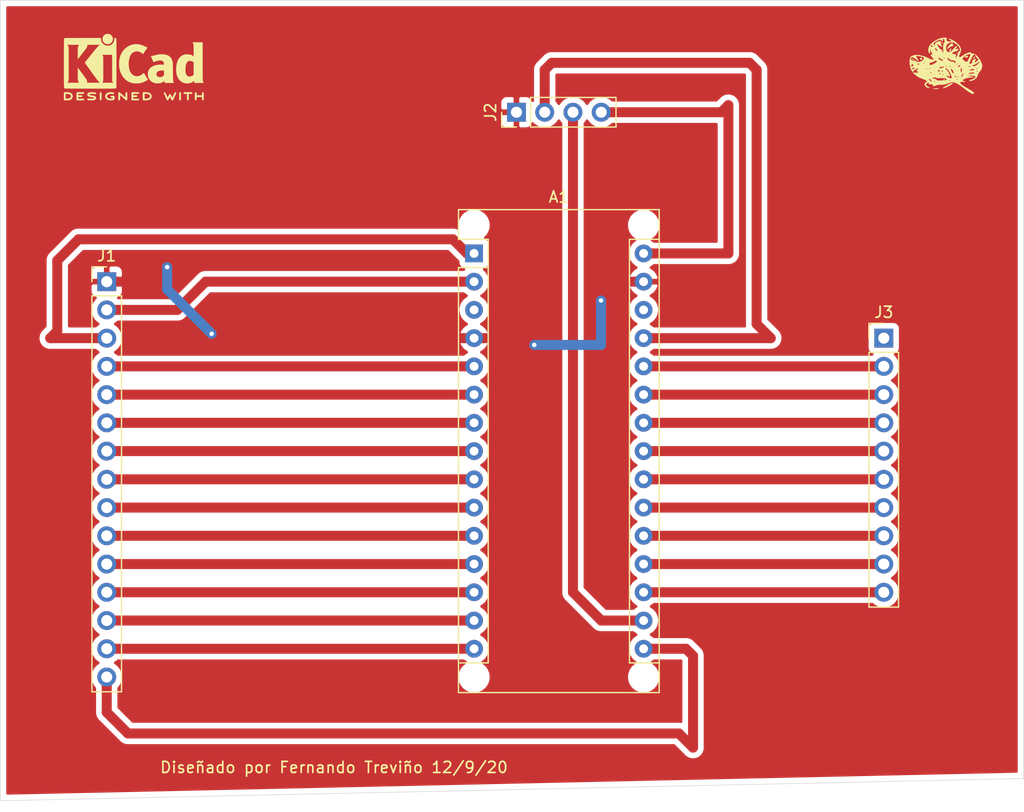
<source format=kicad_pcb>
(kicad_pcb (version 20171130) (host pcbnew "(5.1.5)-3")

  (general
    (thickness 1.6)
    (drawings 5)
    (tracks 69)
    (zones 0)
    (modules 6)
    (nets 28)
  )

  (page A4)
  (layers
    (0 F.Cu signal)
    (31 B.Cu signal)
    (32 B.Adhes user)
    (33 F.Adhes user)
    (34 B.Paste user)
    (35 F.Paste user)
    (36 B.SilkS user)
    (37 F.SilkS user)
    (38 B.Mask user)
    (39 F.Mask user)
    (40 Dwgs.User user)
    (41 Cmts.User user)
    (42 Eco1.User user)
    (43 Eco2.User user)
    (44 Edge.Cuts user)
    (45 Margin user)
    (46 B.CrtYd user)
    (47 F.CrtYd user)
    (48 B.Fab user)
    (49 F.Fab user)
  )

  (setup
    (last_trace_width 0.9)
    (user_trace_width 0.5)
    (user_trace_width 0.6)
    (user_trace_width 0.7)
    (user_trace_width 0.8)
    (user_trace_width 0.9)
    (user_trace_width 1)
    (trace_clearance 0.2)
    (zone_clearance 0.508)
    (zone_45_only no)
    (trace_min 0.2)
    (via_size 0.8)
    (via_drill 0.4)
    (via_min_size 0.4)
    (via_min_drill 0.3)
    (uvia_size 0.3)
    (uvia_drill 0.1)
    (uvias_allowed no)
    (uvia_min_size 0.2)
    (uvia_min_drill 0.1)
    (edge_width 0.05)
    (segment_width 0.2)
    (pcb_text_width 0.3)
    (pcb_text_size 1.5 1.5)
    (mod_edge_width 0.12)
    (mod_text_size 1 1)
    (mod_text_width 0.15)
    (pad_size 1.524 1.524)
    (pad_drill 0.762)
    (pad_to_mask_clearance 0.051)
    (solder_mask_min_width 0.25)
    (aux_axis_origin 0 0)
    (visible_elements FFFFFF7F)
    (pcbplotparams
      (layerselection 0x010fc_ffffffff)
      (usegerberextensions false)
      (usegerberattributes false)
      (usegerberadvancedattributes false)
      (creategerberjobfile false)
      (excludeedgelayer true)
      (linewidth 0.100000)
      (plotframeref false)
      (viasonmask false)
      (mode 1)
      (useauxorigin false)
      (hpglpennumber 1)
      (hpglpenspeed 20)
      (hpglpendiameter 15.000000)
      (psnegative false)
      (psa4output false)
      (plotreference true)
      (plotvalue true)
      (plotinvisibletext false)
      (padsonsilk false)
      (subtractmaskfromsilk false)
      (outputformat 1)
      (mirror false)
      (drillshape 1)
      (scaleselection 1)
      (outputdirectory ""))
  )

  (net 0 "")
  (net 1 "Net-(A1-Pad1)")
  (net 2 "Net-(A1-Pad17)")
  (net 3 "Net-(A1-Pad2)")
  (net 4 "Net-(A1-Pad18)")
  (net 5 "Net-(A1-Pad19)")
  (net 6 GND)
  (net 7 "Net-(A1-Pad20)")
  (net 8 "Net-(A1-Pad5)")
  (net 9 "Net-(A1-Pad21)")
  (net 10 "Net-(A1-Pad6)")
  (net 11 "Net-(A1-Pad22)")
  (net 12 "Net-(A1-Pad7)")
  (net 13 "Net-(A1-Pad23)")
  (net 14 "Net-(A1-Pad8)")
  (net 15 "Net-(A1-Pad24)")
  (net 16 "Net-(A1-Pad9)")
  (net 17 "Net-(A1-Pad25)")
  (net 18 "Net-(A1-Pad10)")
  (net 19 "Net-(A1-Pad26)")
  (net 20 "Net-(A1-Pad11)")
  (net 21 "Net-(A1-Pad27)")
  (net 22 "Net-(A1-Pad12)")
  (net 23 "Net-(A1-Pad13)")
  (net 24 "Net-(A1-Pad14)")
  (net 25 "Net-(A1-Pad30)")
  (net 26 "Net-(A1-Pad15)")
  (net 27 "Net-(A1-Pad16)")

  (net_class Default "This is the default net class."
    (clearance 0.2)
    (trace_width 0.25)
    (via_dia 0.8)
    (via_drill 0.4)
    (uvia_dia 0.3)
    (uvia_drill 0.1)
    (add_net GND)
    (add_net "Net-(A1-Pad1)")
    (add_net "Net-(A1-Pad10)")
    (add_net "Net-(A1-Pad11)")
    (add_net "Net-(A1-Pad12)")
    (add_net "Net-(A1-Pad13)")
    (add_net "Net-(A1-Pad14)")
    (add_net "Net-(A1-Pad15)")
    (add_net "Net-(A1-Pad16)")
    (add_net "Net-(A1-Pad17)")
    (add_net "Net-(A1-Pad18)")
    (add_net "Net-(A1-Pad19)")
    (add_net "Net-(A1-Pad2)")
    (add_net "Net-(A1-Pad20)")
    (add_net "Net-(A1-Pad21)")
    (add_net "Net-(A1-Pad22)")
    (add_net "Net-(A1-Pad23)")
    (add_net "Net-(A1-Pad24)")
    (add_net "Net-(A1-Pad25)")
    (add_net "Net-(A1-Pad26)")
    (add_net "Net-(A1-Pad27)")
    (add_net "Net-(A1-Pad28)")
    (add_net "Net-(A1-Pad3)")
    (add_net "Net-(A1-Pad30)")
    (add_net "Net-(A1-Pad5)")
    (add_net "Net-(A1-Pad6)")
    (add_net "Net-(A1-Pad7)")
    (add_net "Net-(A1-Pad8)")
    (add_net "Net-(A1-Pad9)")
    (add_net "Net-(J3-Pad1)")
  )

  (module Connector_PinHeader_2.54mm:PinHeader_1x10_P2.54mm_Vertical (layer F.Cu) (tedit 59FED5CC) (tstamp 5DEFE5E6)
    (at 185.42 72.39)
    (descr "Through hole straight pin header, 1x10, 2.54mm pitch, single row")
    (tags "Through hole pin header THT 1x10 2.54mm single row")
    (path /5DEEDF94)
    (fp_text reference J3 (at 0 -2.33) (layer F.SilkS)
      (effects (font (size 1 1) (thickness 0.15)))
    )
    (fp_text value Conn_01x10_Male (at 0 25.19) (layer F.Fab)
      (effects (font (size 1 1) (thickness 0.15)))
    )
    (fp_text user %R (at 0 11.43 90) (layer F.Fab)
      (effects (font (size 1 1) (thickness 0.15)))
    )
    (fp_line (start 1.8 -1.8) (end -1.8 -1.8) (layer F.CrtYd) (width 0.05))
    (fp_line (start 1.8 24.65) (end 1.8 -1.8) (layer F.CrtYd) (width 0.05))
    (fp_line (start -1.8 24.65) (end 1.8 24.65) (layer F.CrtYd) (width 0.05))
    (fp_line (start -1.8 -1.8) (end -1.8 24.65) (layer F.CrtYd) (width 0.05))
    (fp_line (start -1.33 -1.33) (end 0 -1.33) (layer F.SilkS) (width 0.12))
    (fp_line (start -1.33 0) (end -1.33 -1.33) (layer F.SilkS) (width 0.12))
    (fp_line (start -1.33 1.27) (end 1.33 1.27) (layer F.SilkS) (width 0.12))
    (fp_line (start 1.33 1.27) (end 1.33 24.19) (layer F.SilkS) (width 0.12))
    (fp_line (start -1.33 1.27) (end -1.33 24.19) (layer F.SilkS) (width 0.12))
    (fp_line (start -1.33 24.19) (end 1.33 24.19) (layer F.SilkS) (width 0.12))
    (fp_line (start -1.27 -0.635) (end -0.635 -1.27) (layer F.Fab) (width 0.1))
    (fp_line (start -1.27 24.13) (end -1.27 -0.635) (layer F.Fab) (width 0.1))
    (fp_line (start 1.27 24.13) (end -1.27 24.13) (layer F.Fab) (width 0.1))
    (fp_line (start 1.27 -1.27) (end 1.27 24.13) (layer F.Fab) (width 0.1))
    (fp_line (start -0.635 -1.27) (end 1.27 -1.27) (layer F.Fab) (width 0.1))
    (pad 10 thru_hole oval (at 0 22.86) (size 1.7 1.7) (drill 1) (layers *.Cu *.Mask)
      (net 4 "Net-(A1-Pad18)"))
    (pad 9 thru_hole oval (at 0 20.32) (size 1.7 1.7) (drill 1) (layers *.Cu *.Mask)
      (net 5 "Net-(A1-Pad19)"))
    (pad 8 thru_hole oval (at 0 17.78) (size 1.7 1.7) (drill 1) (layers *.Cu *.Mask)
      (net 7 "Net-(A1-Pad20)"))
    (pad 7 thru_hole oval (at 0 15.24) (size 1.7 1.7) (drill 1) (layers *.Cu *.Mask)
      (net 9 "Net-(A1-Pad21)"))
    (pad 6 thru_hole oval (at 0 12.7) (size 1.7 1.7) (drill 1) (layers *.Cu *.Mask)
      (net 11 "Net-(A1-Pad22)"))
    (pad 5 thru_hole oval (at 0 10.16) (size 1.7 1.7) (drill 1) (layers *.Cu *.Mask)
      (net 13 "Net-(A1-Pad23)"))
    (pad 4 thru_hole oval (at 0 7.62) (size 1.7 1.7) (drill 1) (layers *.Cu *.Mask)
      (net 15 "Net-(A1-Pad24)"))
    (pad 3 thru_hole oval (at 0 5.08) (size 1.7 1.7) (drill 1) (layers *.Cu *.Mask)
      (net 17 "Net-(A1-Pad25)"))
    (pad 2 thru_hole oval (at 0 2.54) (size 1.7 1.7) (drill 1) (layers *.Cu *.Mask)
      (net 19 "Net-(A1-Pad26)"))
    (pad 1 thru_hole rect (at 0 0) (size 1.7 1.7) (drill 1) (layers *.Cu *.Mask))
    (model ${KISYS3DMOD}/Connector_PinHeader_2.54mm.3dshapes/PinHeader_1x10_P2.54mm_Vertical.wrl
      (at (xyz 0 0 0))
      (scale (xyz 1 1 1))
      (rotate (xyz 0 0 0))
    )
  )

  (module Connector_PinHeader_2.54mm:PinHeader_1x04_P2.54mm_Vertical (layer F.Cu) (tedit 59FED5CC) (tstamp 5DEFE5C6)
    (at 152.4 52.07 90)
    (descr "Through hole straight pin header, 1x04, 2.54mm pitch, single row")
    (tags "Through hole pin header THT 1x04 2.54mm single row")
    (path /5DEE6582)
    (fp_text reference J2 (at 0 -2.33 90) (layer F.SilkS)
      (effects (font (size 1 1) (thickness 0.15)))
    )
    (fp_text value Conn_01x04_Male (at 0 9.95 90) (layer F.Fab)
      (effects (font (size 1 1) (thickness 0.15)))
    )
    (fp_text user %R (at 0 3.81 180) (layer F.Fab)
      (effects (font (size 1 1) (thickness 0.15)))
    )
    (fp_line (start 1.8 -1.8) (end -1.8 -1.8) (layer F.CrtYd) (width 0.05))
    (fp_line (start 1.8 9.4) (end 1.8 -1.8) (layer F.CrtYd) (width 0.05))
    (fp_line (start -1.8 9.4) (end 1.8 9.4) (layer F.CrtYd) (width 0.05))
    (fp_line (start -1.8 -1.8) (end -1.8 9.4) (layer F.CrtYd) (width 0.05))
    (fp_line (start -1.33 -1.33) (end 0 -1.33) (layer F.SilkS) (width 0.12))
    (fp_line (start -1.33 0) (end -1.33 -1.33) (layer F.SilkS) (width 0.12))
    (fp_line (start -1.33 1.27) (end 1.33 1.27) (layer F.SilkS) (width 0.12))
    (fp_line (start 1.33 1.27) (end 1.33 8.95) (layer F.SilkS) (width 0.12))
    (fp_line (start -1.33 1.27) (end -1.33 8.95) (layer F.SilkS) (width 0.12))
    (fp_line (start -1.33 8.95) (end 1.33 8.95) (layer F.SilkS) (width 0.12))
    (fp_line (start -1.27 -0.635) (end -0.635 -1.27) (layer F.Fab) (width 0.1))
    (fp_line (start -1.27 8.89) (end -1.27 -0.635) (layer F.Fab) (width 0.1))
    (fp_line (start 1.27 8.89) (end -1.27 8.89) (layer F.Fab) (width 0.1))
    (fp_line (start 1.27 -1.27) (end 1.27 8.89) (layer F.Fab) (width 0.1))
    (fp_line (start -0.635 -1.27) (end 1.27 -1.27) (layer F.Fab) (width 0.1))
    (pad 4 thru_hole oval (at 0 7.62 90) (size 1.7 1.7) (drill 1) (layers *.Cu *.Mask)
      (net 25 "Net-(A1-Pad30)"))
    (pad 3 thru_hole oval (at 0 5.08 90) (size 1.7 1.7) (drill 1) (layers *.Cu *.Mask)
      (net 2 "Net-(A1-Pad17)"))
    (pad 2 thru_hole oval (at 0 2.54 90) (size 1.7 1.7) (drill 1) (layers *.Cu *.Mask)
      (net 21 "Net-(A1-Pad27)"))
    (pad 1 thru_hole rect (at 0 0 90) (size 1.7 1.7) (drill 1) (layers *.Cu *.Mask)
      (net 6 GND))
    (model ${KISYS3DMOD}/Connector_PinHeader_2.54mm.3dshapes/PinHeader_1x04_P2.54mm_Vertical.wrl
      (at (xyz 0 0 0))
      (scale (xyz 1 1 1))
      (rotate (xyz 0 0 0))
    )
  )

  (module Connector_PinHeader_2.54mm:PinHeader_1x15_P2.54mm_Vertical (layer F.Cu) (tedit 59FED5CC) (tstamp 5DEFE5AC)
    (at 115.57 67.31)
    (descr "Through hole straight pin header, 1x15, 2.54mm pitch, single row")
    (tags "Through hole pin header THT 1x15 2.54mm single row")
    (path /5DEDDFAC)
    (fp_text reference J1 (at 0 -2.33) (layer F.SilkS)
      (effects (font (size 1 1) (thickness 0.15)))
    )
    (fp_text value Conn_01x15_Male (at 0 37.89) (layer F.Fab)
      (effects (font (size 1 1) (thickness 0.15)))
    )
    (fp_text user %R (at 0 17.78 90) (layer F.Fab)
      (effects (font (size 1 1) (thickness 0.15)))
    )
    (fp_line (start 1.8 -1.8) (end -1.8 -1.8) (layer F.CrtYd) (width 0.05))
    (fp_line (start 1.8 37.35) (end 1.8 -1.8) (layer F.CrtYd) (width 0.05))
    (fp_line (start -1.8 37.35) (end 1.8 37.35) (layer F.CrtYd) (width 0.05))
    (fp_line (start -1.8 -1.8) (end -1.8 37.35) (layer F.CrtYd) (width 0.05))
    (fp_line (start -1.33 -1.33) (end 0 -1.33) (layer F.SilkS) (width 0.12))
    (fp_line (start -1.33 0) (end -1.33 -1.33) (layer F.SilkS) (width 0.12))
    (fp_line (start -1.33 1.27) (end 1.33 1.27) (layer F.SilkS) (width 0.12))
    (fp_line (start 1.33 1.27) (end 1.33 36.89) (layer F.SilkS) (width 0.12))
    (fp_line (start -1.33 1.27) (end -1.33 36.89) (layer F.SilkS) (width 0.12))
    (fp_line (start -1.33 36.89) (end 1.33 36.89) (layer F.SilkS) (width 0.12))
    (fp_line (start -1.27 -0.635) (end -0.635 -1.27) (layer F.Fab) (width 0.1))
    (fp_line (start -1.27 36.83) (end -1.27 -0.635) (layer F.Fab) (width 0.1))
    (fp_line (start 1.27 36.83) (end -1.27 36.83) (layer F.Fab) (width 0.1))
    (fp_line (start 1.27 -1.27) (end 1.27 36.83) (layer F.Fab) (width 0.1))
    (fp_line (start -0.635 -1.27) (end 1.27 -1.27) (layer F.Fab) (width 0.1))
    (pad 15 thru_hole oval (at 0 35.56) (size 1.7 1.7) (drill 1) (layers *.Cu *.Mask)
      (net 27 "Net-(A1-Pad16)"))
    (pad 14 thru_hole oval (at 0 33.02) (size 1.7 1.7) (drill 1) (layers *.Cu *.Mask)
      (net 26 "Net-(A1-Pad15)"))
    (pad 13 thru_hole oval (at 0 30.48) (size 1.7 1.7) (drill 1) (layers *.Cu *.Mask)
      (net 24 "Net-(A1-Pad14)"))
    (pad 12 thru_hole oval (at 0 27.94) (size 1.7 1.7) (drill 1) (layers *.Cu *.Mask)
      (net 23 "Net-(A1-Pad13)"))
    (pad 11 thru_hole oval (at 0 25.4) (size 1.7 1.7) (drill 1) (layers *.Cu *.Mask)
      (net 22 "Net-(A1-Pad12)"))
    (pad 10 thru_hole oval (at 0 22.86) (size 1.7 1.7) (drill 1) (layers *.Cu *.Mask)
      (net 20 "Net-(A1-Pad11)"))
    (pad 9 thru_hole oval (at 0 20.32) (size 1.7 1.7) (drill 1) (layers *.Cu *.Mask)
      (net 18 "Net-(A1-Pad10)"))
    (pad 8 thru_hole oval (at 0 17.78) (size 1.7 1.7) (drill 1) (layers *.Cu *.Mask)
      (net 16 "Net-(A1-Pad9)"))
    (pad 7 thru_hole oval (at 0 15.24) (size 1.7 1.7) (drill 1) (layers *.Cu *.Mask)
      (net 14 "Net-(A1-Pad8)"))
    (pad 6 thru_hole oval (at 0 12.7) (size 1.7 1.7) (drill 1) (layers *.Cu *.Mask)
      (net 12 "Net-(A1-Pad7)"))
    (pad 5 thru_hole oval (at 0 10.16) (size 1.7 1.7) (drill 1) (layers *.Cu *.Mask)
      (net 10 "Net-(A1-Pad6)"))
    (pad 4 thru_hole oval (at 0 7.62) (size 1.7 1.7) (drill 1) (layers *.Cu *.Mask)
      (net 8 "Net-(A1-Pad5)"))
    (pad 3 thru_hole oval (at 0 5.08) (size 1.7 1.7) (drill 1) (layers *.Cu *.Mask)
      (net 1 "Net-(A1-Pad1)"))
    (pad 2 thru_hole oval (at 0 2.54) (size 1.7 1.7) (drill 1) (layers *.Cu *.Mask)
      (net 3 "Net-(A1-Pad2)"))
    (pad 1 thru_hole rect (at 0 0) (size 1.7 1.7) (drill 1) (layers *.Cu *.Mask)
      (net 6 GND))
    (model ${KISYS3DMOD}/Connector_PinHeader_2.54mm.3dshapes/PinHeader_1x15_P2.54mm_Vertical.wrl
      (at (xyz 0 0 0))
      (scale (xyz 1 1 1))
      (rotate (xyz 0 0 0))
    )
  )

  (module Module:Arduino_Nano_WithMountingHoles (layer F.Cu) (tedit 5DEDED01) (tstamp 5DEFE587)
    (at 148.59 64.77)
    (descr "Arduino Nano, http://www.mouser.com/pdfdocs/Gravitech_Arduino_Nano3_0.pdf")
    (tags "Arduino Nano")
    (path /5DEDC9AD)
    (fp_text reference A1 (at 7.62 -5.08) (layer F.SilkS)
      (effects (font (size 1 1) (thickness 0.15)))
    )
    (fp_text value Arduino_Nano_v3.x (at 8.89 15.24 90) (layer F.Fab)
      (effects (font (size 1 1) (thickness 0.15)))
    )
    (fp_text user %R (at 6.35 16.51 90) (layer F.Fab)
      (effects (font (size 1 1) (thickness 0.15)))
    )
    (fp_line (start 1.27 1.27) (end 1.27 -1.27) (layer F.SilkS) (width 0.12))
    (fp_line (start 1.27 -1.27) (end -1.4 -1.27) (layer F.SilkS) (width 0.12))
    (fp_line (start -1.4 1.27) (end -1.4 39.5) (layer F.SilkS) (width 0.12))
    (fp_line (start -1.4 -3.94) (end -1.4 -1.27) (layer F.SilkS) (width 0.12))
    (fp_line (start 13.97 -1.27) (end 16.64 -1.27) (layer F.SilkS) (width 0.12))
    (fp_line (start 13.97 -1.27) (end 13.97 36.83) (layer F.SilkS) (width 0.12))
    (fp_line (start 13.97 36.83) (end 16.64 36.83) (layer F.SilkS) (width 0.12))
    (fp_line (start 1.27 1.27) (end -1.4 1.27) (layer F.SilkS) (width 0.12))
    (fp_line (start 1.27 1.27) (end 1.27 36.83) (layer F.SilkS) (width 0.12))
    (fp_line (start 1.27 36.83) (end -1.4 36.83) (layer F.SilkS) (width 0.12))
    (fp_line (start 3.81 31.75) (end 11.43 31.75) (layer F.Fab) (width 0.1))
    (fp_line (start 11.43 31.75) (end 11.43 41.91) (layer F.Fab) (width 0.1))
    (fp_line (start 11.43 41.91) (end 3.81 41.91) (layer F.Fab) (width 0.1))
    (fp_line (start 3.81 41.91) (end 3.81 31.75) (layer F.Fab) (width 0.1))
    (fp_line (start -1.4 39.5) (end 16.64 39.5) (layer F.SilkS) (width 0.12))
    (fp_line (start 16.64 39.5) (end 16.64 -3.94) (layer F.SilkS) (width 0.12))
    (fp_line (start 16.64 -3.94) (end -1.4 -3.94) (layer F.SilkS) (width 0.12))
    (fp_line (start 16.51 39.37) (end -1.27 39.37) (layer F.Fab) (width 0.1))
    (fp_line (start -1.27 39.37) (end -1.27 -2.54) (layer F.Fab) (width 0.1))
    (fp_line (start -1.27 -2.54) (end 0 -3.81) (layer F.Fab) (width 0.1))
    (fp_line (start 0 -3.81) (end 16.51 -3.81) (layer F.Fab) (width 0.1))
    (fp_line (start 16.51 -3.81) (end 16.51 39.37) (layer F.Fab) (width 0.1))
    (fp_line (start -1.53 -4.06) (end 16.75 -4.06) (layer F.CrtYd) (width 0.05))
    (fp_line (start -1.53 -4.06) (end -1.53 42.16) (layer F.CrtYd) (width 0.05))
    (fp_line (start 16.75 42.16) (end 16.75 -4.06) (layer F.CrtYd) (width 0.05))
    (fp_line (start 16.75 42.16) (end -1.53 42.16) (layer F.CrtYd) (width 0.05))
    (pad 1 thru_hole rect (at 0 0) (size 1.6 1.6) (drill 0.8) (layers *.Cu *.Mask)
      (net 1 "Net-(A1-Pad1)"))
    (pad 17 thru_hole oval (at 15.24 33.02) (size 1.6 1.6) (drill 0.8) (layers *.Cu *.Mask)
      (net 2 "Net-(A1-Pad17)"))
    (pad 2 thru_hole oval (at 0 2.54) (size 1.6 1.6) (drill 0.8) (layers *.Cu *.Mask)
      (net 3 "Net-(A1-Pad2)"))
    (pad 18 thru_hole oval (at 15.24 30.48) (size 1.6 1.6) (drill 0.8) (layers *.Cu *.Mask)
      (net 4 "Net-(A1-Pad18)"))
    (pad 3 thru_hole oval (at 0 5.08) (size 1.6 1.6) (drill 0.8) (layers *.Cu *.Mask))
    (pad 19 thru_hole oval (at 15.24 27.94) (size 1.6 1.6) (drill 0.8) (layers *.Cu *.Mask)
      (net 5 "Net-(A1-Pad19)"))
    (pad 4 thru_hole oval (at 0 7.62) (size 1.6 1.6) (drill 0.8) (layers *.Cu *.Mask)
      (net 6 GND))
    (pad 20 thru_hole oval (at 15.24 25.4) (size 1.6 1.6) (drill 0.8) (layers *.Cu *.Mask)
      (net 7 "Net-(A1-Pad20)"))
    (pad 5 thru_hole oval (at 0 10.16) (size 1.6 1.6) (drill 0.8) (layers *.Cu *.Mask)
      (net 8 "Net-(A1-Pad5)"))
    (pad 21 thru_hole oval (at 15.24 22.86) (size 1.6 1.6) (drill 0.8) (layers *.Cu *.Mask)
      (net 9 "Net-(A1-Pad21)"))
    (pad 6 thru_hole oval (at 0 12.7) (size 1.6 1.6) (drill 0.8) (layers *.Cu *.Mask)
      (net 10 "Net-(A1-Pad6)"))
    (pad 22 thru_hole oval (at 15.24 20.32) (size 1.6 1.6) (drill 0.8) (layers *.Cu *.Mask)
      (net 11 "Net-(A1-Pad22)"))
    (pad 7 thru_hole oval (at 0 15.24) (size 1.6 1.6) (drill 0.8) (layers *.Cu *.Mask)
      (net 12 "Net-(A1-Pad7)"))
    (pad 23 thru_hole oval (at 15.24 17.78) (size 1.6 1.6) (drill 0.8) (layers *.Cu *.Mask)
      (net 13 "Net-(A1-Pad23)"))
    (pad 8 thru_hole oval (at 0 17.78) (size 1.6 1.6) (drill 0.8) (layers *.Cu *.Mask)
      (net 14 "Net-(A1-Pad8)"))
    (pad 24 thru_hole oval (at 15.24 15.24) (size 1.6 1.6) (drill 0.8) (layers *.Cu *.Mask)
      (net 15 "Net-(A1-Pad24)"))
    (pad 9 thru_hole oval (at 0 20.32) (size 1.6 1.6) (drill 0.8) (layers *.Cu *.Mask)
      (net 16 "Net-(A1-Pad9)"))
    (pad 25 thru_hole oval (at 15.24 12.7) (size 1.6 1.6) (drill 0.8) (layers *.Cu *.Mask)
      (net 17 "Net-(A1-Pad25)"))
    (pad 10 thru_hole oval (at 0 22.86) (size 1.6 1.6) (drill 0.8) (layers *.Cu *.Mask)
      (net 18 "Net-(A1-Pad10)"))
    (pad 26 thru_hole oval (at 15.24 10.16) (size 1.6 1.6) (drill 0.8) (layers *.Cu *.Mask)
      (net 19 "Net-(A1-Pad26)"))
    (pad 11 thru_hole oval (at 0 25.4) (size 1.6 1.6) (drill 0.8) (layers *.Cu *.Mask)
      (net 20 "Net-(A1-Pad11)"))
    (pad 27 thru_hole oval (at 15.24 7.62) (size 1.6 1.6) (drill 0.8) (layers *.Cu *.Mask)
      (net 21 "Net-(A1-Pad27)"))
    (pad 12 thru_hole oval (at 0 27.94) (size 1.6 1.6) (drill 0.8) (layers *.Cu *.Mask)
      (net 22 "Net-(A1-Pad12)"))
    (pad 28 thru_hole oval (at 15.24 5.08) (size 1.6 1.6) (drill 0.8) (layers *.Cu *.Mask))
    (pad 13 thru_hole oval (at 0 30.48) (size 1.6 1.6) (drill 0.8) (layers *.Cu *.Mask)
      (net 23 "Net-(A1-Pad13)"))
    (pad 29 thru_hole oval (at 15.24 2.54) (size 1.6 1.6) (drill 0.8) (layers *.Cu *.Mask)
      (net 6 GND))
    (pad 14 thru_hole oval (at 0 33.02) (size 1.6 1.6) (drill 0.8) (layers *.Cu *.Mask)
      (net 24 "Net-(A1-Pad14)"))
    (pad 30 thru_hole oval (at 15.24 0) (size 1.6 1.6) (drill 0.8) (layers *.Cu *.Mask)
      (net 25 "Net-(A1-Pad30)"))
    (pad 15 thru_hole oval (at 0 35.56) (size 1.6 1.6) (drill 0.8) (layers *.Cu *.Mask)
      (net 26 "Net-(A1-Pad15)"))
    (pad 16 thru_hole oval (at 15.24 35.56) (size 1.6 1.6) (drill 0.8) (layers *.Cu *.Mask)
      (net 27 "Net-(A1-Pad16)"))
    (pad "" np_thru_hole circle (at 0 -2.54) (size 1.78 1.78) (drill 1.78) (layers *.Cu *.Mask))
    (pad "" np_thru_hole circle (at 15.24 -2.54) (size 1.78 1.78) (drill 1.78) (layers *.Cu *.Mask))
    (pad "" np_thru_hole circle (at 15.24 38.1) (size 1.78 1.78) (drill 1.78) (layers *.Cu *.Mask))
    (pad "" np_thru_hole circle (at 0 38.1) (size 1.78 1.78) (drill 1.78) (layers *.Cu *.Mask))
    (model ${KISYS3DMOD}/Module.3dshapes/Arduino_Nano_WithMountingHoles.wrl
      (at (xyz 0 0 0))
      (scale (xyz 1 1 1))
      (rotate (xyz 0 0 0))
    )
    (model "${KIPRJMOD}/3D/arduino nano.STEP"
      (offset (xyz 15.5 0 0))
      (scale (xyz 1 1 1))
      (rotate (xyz 90 0 90))
    )
  )

  (module Symbol:KiCad-Logo2_5mm_SilkScreen (layer F.Cu) (tedit 0) (tstamp 5DF0CAB3)
    (at 118 48)
    (descr "KiCad Logo")
    (tags "Logo KiCad")
    (attr virtual)
    (fp_text reference REF** (at 0 -5.08) (layer F.SilkS) hide
      (effects (font (size 1 1) (thickness 0.15)))
    )
    (fp_text value KiCad-Logo2_5mm_SilkScreen (at 0 5.08) (layer F.Fab) hide
      (effects (font (size 1 1) (thickness 0.15)))
    )
    (fp_poly (pts (xy 6.228823 2.274533) (xy 6.260202 2.296776) (xy 6.287911 2.324485) (xy 6.287911 2.63392)
      (xy 6.287838 2.725799) (xy 6.287495 2.79784) (xy 6.286692 2.85278) (xy 6.285241 2.89336)
      (xy 6.282952 2.922317) (xy 6.279636 2.942391) (xy 6.275105 2.956321) (xy 6.269169 2.966845)
      (xy 6.264514 2.9731) (xy 6.233783 2.997673) (xy 6.198496 3.000341) (xy 6.166245 2.985271)
      (xy 6.155588 2.976374) (xy 6.148464 2.964557) (xy 6.144167 2.945526) (xy 6.141991 2.914992)
      (xy 6.141228 2.868662) (xy 6.141155 2.832871) (xy 6.141155 2.698045) (xy 5.644444 2.698045)
      (xy 5.644444 2.8207) (xy 5.643931 2.876787) (xy 5.641876 2.915333) (xy 5.637508 2.941361)
      (xy 5.630056 2.959897) (xy 5.621047 2.9731) (xy 5.590144 2.997604) (xy 5.555196 3.000506)
      (xy 5.521738 2.983089) (xy 5.512604 2.973959) (xy 5.506152 2.961855) (xy 5.501897 2.943001)
      (xy 5.499352 2.91362) (xy 5.498029 2.869937) (xy 5.497443 2.808175) (xy 5.497375 2.794)
      (xy 5.496891 2.677631) (xy 5.496641 2.581727) (xy 5.496723 2.504177) (xy 5.497231 2.442869)
      (xy 5.498262 2.39569) (xy 5.499913 2.36053) (xy 5.502279 2.335276) (xy 5.505457 2.317817)
      (xy 5.509544 2.306041) (xy 5.514634 2.297835) (xy 5.520266 2.291645) (xy 5.552128 2.271844)
      (xy 5.585357 2.274533) (xy 5.616735 2.296776) (xy 5.629433 2.311126) (xy 5.637526 2.326978)
      (xy 5.642042 2.349554) (xy 5.644006 2.384078) (xy 5.644444 2.435776) (xy 5.644444 2.551289)
      (xy 6.141155 2.551289) (xy 6.141155 2.432756) (xy 6.141662 2.378148) (xy 6.143698 2.341275)
      (xy 6.148035 2.317307) (xy 6.155447 2.301415) (xy 6.163733 2.291645) (xy 6.195594 2.271844)
      (xy 6.228823 2.274533)) (layer F.SilkS) (width 0.01))
    (fp_poly (pts (xy 4.963065 2.269163) (xy 5.041772 2.269542) (xy 5.102863 2.270333) (xy 5.148817 2.27167)
      (xy 5.182114 2.273683) (xy 5.205236 2.276506) (xy 5.220662 2.280269) (xy 5.230871 2.285105)
      (xy 5.235813 2.288822) (xy 5.261457 2.321358) (xy 5.264559 2.355138) (xy 5.248711 2.385826)
      (xy 5.238348 2.398089) (xy 5.227196 2.40645) (xy 5.211035 2.411657) (xy 5.185642 2.414457)
      (xy 5.146798 2.415596) (xy 5.09028 2.415821) (xy 5.07918 2.415822) (xy 4.933244 2.415822)
      (xy 4.933244 2.686756) (xy 4.933148 2.772154) (xy 4.932711 2.837864) (xy 4.931712 2.886774)
      (xy 4.929928 2.921773) (xy 4.927137 2.945749) (xy 4.923117 2.961593) (xy 4.917645 2.972191)
      (xy 4.910666 2.980267) (xy 4.877734 3.000112) (xy 4.843354 2.998548) (xy 4.812176 2.975906)
      (xy 4.809886 2.9731) (xy 4.802429 2.962492) (xy 4.796747 2.950081) (xy 4.792601 2.93285)
      (xy 4.78975 2.907784) (xy 4.787954 2.871867) (xy 4.786972 2.822083) (xy 4.786564 2.755417)
      (xy 4.786489 2.679589) (xy 4.786489 2.415822) (xy 4.647127 2.415822) (xy 4.587322 2.415418)
      (xy 4.545918 2.41384) (xy 4.518748 2.410547) (xy 4.501646 2.404992) (xy 4.490443 2.396631)
      (xy 4.489083 2.395178) (xy 4.472725 2.361939) (xy 4.474172 2.324362) (xy 4.492978 2.291645)
      (xy 4.50025 2.285298) (xy 4.509627 2.280266) (xy 4.523609 2.276396) (xy 4.544696 2.273537)
      (xy 4.575389 2.271535) (xy 4.618189 2.270239) (xy 4.675595 2.269498) (xy 4.75011 2.269158)
      (xy 4.844233 2.269068) (xy 4.86426 2.269067) (xy 4.963065 2.269163)) (layer F.SilkS) (width 0.01))
    (fp_poly (pts (xy 4.188614 2.275877) (xy 4.212327 2.290647) (xy 4.238978 2.312227) (xy 4.238978 2.633773)
      (xy 4.238893 2.72783) (xy 4.238529 2.801932) (xy 4.237724 2.858704) (xy 4.236313 2.900768)
      (xy 4.234133 2.930748) (xy 4.231021 2.951267) (xy 4.226814 2.964949) (xy 4.221348 2.974416)
      (xy 4.217472 2.979082) (xy 4.186034 2.999575) (xy 4.150233 2.998739) (xy 4.118873 2.981264)
      (xy 4.092222 2.959684) (xy 4.092222 2.312227) (xy 4.118873 2.290647) (xy 4.144594 2.274949)
      (xy 4.1656 2.269067) (xy 4.188614 2.275877)) (layer F.SilkS) (width 0.01))
    (fp_poly (pts (xy 3.744665 2.271034) (xy 3.764255 2.278035) (xy 3.76501 2.278377) (xy 3.791613 2.298678)
      (xy 3.80627 2.319561) (xy 3.809138 2.329352) (xy 3.808996 2.342361) (xy 3.804961 2.360895)
      (xy 3.796146 2.387257) (xy 3.781669 2.423752) (xy 3.760645 2.472687) (xy 3.732188 2.536365)
      (xy 3.695415 2.617093) (xy 3.675175 2.661216) (xy 3.638625 2.739985) (xy 3.604315 2.812423)
      (xy 3.573552 2.87588) (xy 3.547648 2.927708) (xy 3.52791 2.965259) (xy 3.51565 2.985884)
      (xy 3.513224 2.988733) (xy 3.482183 3.001302) (xy 3.447121 2.999619) (xy 3.419 2.984332)
      (xy 3.417854 2.983089) (xy 3.406668 2.966154) (xy 3.387904 2.93317) (xy 3.363875 2.88838)
      (xy 3.336897 2.836032) (xy 3.327201 2.816742) (xy 3.254014 2.67015) (xy 3.17424 2.829393)
      (xy 3.145767 2.884415) (xy 3.11935 2.932132) (xy 3.097148 2.968893) (xy 3.081319 2.991044)
      (xy 3.075954 2.995741) (xy 3.034257 3.002102) (xy 2.999849 2.988733) (xy 2.989728 2.974446)
      (xy 2.972214 2.942692) (xy 2.948735 2.896597) (xy 2.92072 2.839285) (xy 2.889599 2.77388)
      (xy 2.856799 2.703507) (xy 2.82375 2.631291) (xy 2.791881 2.560355) (xy 2.762619 2.493825)
      (xy 2.737395 2.434826) (xy 2.717636 2.386481) (xy 2.704772 2.351915) (xy 2.700231 2.334253)
      (xy 2.700277 2.333613) (xy 2.711326 2.311388) (xy 2.73341 2.288753) (xy 2.73471 2.287768)
      (xy 2.761853 2.272425) (xy 2.786958 2.272574) (xy 2.796368 2.275466) (xy 2.807834 2.281718)
      (xy 2.82001 2.294014) (xy 2.834357 2.314908) (xy 2.852336 2.346949) (xy 2.875407 2.392688)
      (xy 2.90503 2.454677) (xy 2.931745 2.511898) (xy 2.96248 2.578226) (xy 2.990021 2.637874)
      (xy 3.012938 2.687725) (xy 3.029798 2.724664) (xy 3.039173 2.745573) (xy 3.04054 2.748845)
      (xy 3.046689 2.743497) (xy 3.060822 2.721109) (xy 3.081057 2.684946) (xy 3.105515 2.638277)
      (xy 3.115248 2.619022) (xy 3.148217 2.554004) (xy 3.173643 2.506654) (xy 3.193612 2.474219)
      (xy 3.21021 2.453946) (xy 3.225524 2.443082) (xy 3.24164 2.438875) (xy 3.252143 2.4384)
      (xy 3.27067 2.440042) (xy 3.286904 2.446831) (xy 3.303035 2.461566) (xy 3.321251 2.487044)
      (xy 3.343739 2.526061) (xy 3.372689 2.581414) (xy 3.388662 2.612903) (xy 3.41457 2.663087)
      (xy 3.437167 2.704704) (xy 3.454458 2.734242) (xy 3.46445 2.748189) (xy 3.465809 2.74877)
      (xy 3.472261 2.737793) (xy 3.486708 2.70929) (xy 3.507703 2.666244) (xy 3.533797 2.611638)
      (xy 3.563546 2.548454) (xy 3.57818 2.517071) (xy 3.61625 2.436078) (xy 3.646905 2.373756)
      (xy 3.671737 2.328071) (xy 3.692337 2.296989) (xy 3.710298 2.278478) (xy 3.72721 2.270504)
      (xy 3.744665 2.271034)) (layer F.SilkS) (width 0.01))
    (fp_poly (pts (xy 1.018309 2.269275) (xy 1.147288 2.273636) (xy 1.256991 2.286861) (xy 1.349226 2.309741)
      (xy 1.425802 2.34307) (xy 1.488527 2.387638) (xy 1.539212 2.444236) (xy 1.579663 2.513658)
      (xy 1.580459 2.515351) (xy 1.604601 2.577483) (xy 1.613203 2.632509) (xy 1.606231 2.687887)
      (xy 1.583654 2.751073) (xy 1.579372 2.760689) (xy 1.550172 2.816966) (xy 1.517356 2.860451)
      (xy 1.475002 2.897417) (xy 1.41719 2.934135) (xy 1.413831 2.936052) (xy 1.363504 2.960227)
      (xy 1.306621 2.978282) (xy 1.239527 2.990839) (xy 1.158565 2.998522) (xy 1.060082 3.001953)
      (xy 1.025286 3.002251) (xy 0.859594 3.002845) (xy 0.836197 2.9731) (xy 0.829257 2.963319)
      (xy 0.823842 2.951897) (xy 0.819765 2.936095) (xy 0.816837 2.913175) (xy 0.814867 2.880396)
      (xy 0.814225 2.856089) (xy 0.970844 2.856089) (xy 1.064726 2.856089) (xy 1.119664 2.854483)
      (xy 1.17606 2.850255) (xy 1.222345 2.844292) (xy 1.225139 2.84379) (xy 1.307348 2.821736)
      (xy 1.371114 2.7886) (xy 1.418452 2.742847) (xy 1.451382 2.682939) (xy 1.457108 2.667061)
      (xy 1.462721 2.642333) (xy 1.460291 2.617902) (xy 1.448467 2.5854) (xy 1.44134 2.569434)
      (xy 1.418 2.527006) (xy 1.38988 2.49724) (xy 1.35894 2.476511) (xy 1.296966 2.449537)
      (xy 1.217651 2.429998) (xy 1.125253 2.418746) (xy 1.058333 2.41627) (xy 0.970844 2.415822)
      (xy 0.970844 2.856089) (xy 0.814225 2.856089) (xy 0.813668 2.835021) (xy 0.81305 2.774311)
      (xy 0.812825 2.695526) (xy 0.8128 2.63392) (xy 0.8128 2.324485) (xy 0.840509 2.296776)
      (xy 0.852806 2.285544) (xy 0.866103 2.277853) (xy 0.884672 2.27304) (xy 0.912786 2.270446)
      (xy 0.954717 2.26941) (xy 1.014737 2.26927) (xy 1.018309 2.269275)) (layer F.SilkS) (width 0.01))
    (fp_poly (pts (xy 0.230343 2.26926) (xy 0.306701 2.270174) (xy 0.365217 2.272311) (xy 0.408255 2.276175)
      (xy 0.438183 2.282267) (xy 0.457368 2.29109) (xy 0.468176 2.303146) (xy 0.472973 2.318939)
      (xy 0.474127 2.33897) (xy 0.474133 2.341335) (xy 0.473131 2.363992) (xy 0.468396 2.381503)
      (xy 0.457333 2.394574) (xy 0.437348 2.403913) (xy 0.405846 2.410227) (xy 0.360232 2.414222)
      (xy 0.297913 2.416606) (xy 0.216293 2.418086) (xy 0.191277 2.418414) (xy -0.0508 2.421467)
      (xy -0.054186 2.486378) (xy -0.057571 2.551289) (xy 0.110576 2.551289) (xy 0.176266 2.551531)
      (xy 0.223172 2.552556) (xy 0.255083 2.554811) (xy 0.275791 2.558742) (xy 0.289084 2.564798)
      (xy 0.298755 2.573424) (xy 0.298817 2.573493) (xy 0.316356 2.607112) (xy 0.315722 2.643448)
      (xy 0.297314 2.674423) (xy 0.293671 2.677607) (xy 0.280741 2.685812) (xy 0.263024 2.691521)
      (xy 0.23657 2.695162) (xy 0.197432 2.697167) (xy 0.141662 2.697964) (xy 0.105994 2.698045)
      (xy -0.056445 2.698045) (xy -0.056445 2.856089) (xy 0.190161 2.856089) (xy 0.27158 2.856231)
      (xy 0.33341 2.856814) (xy 0.378637 2.858068) (xy 0.410248 2.860227) (xy 0.431231 2.863523)
      (xy 0.444573 2.868189) (xy 0.453261 2.874457) (xy 0.45545 2.876733) (xy 0.471614 2.90828)
      (xy 0.472797 2.944168) (xy 0.459536 2.975285) (xy 0.449043 2.985271) (xy 0.438129 2.990769)
      (xy 0.421217 2.995022) (xy 0.395633 2.99818) (xy 0.358701 3.000392) (xy 0.307746 3.001806)
      (xy 0.240094 3.002572) (xy 0.153069 3.002838) (xy 0.133394 3.002845) (xy 0.044911 3.002787)
      (xy -0.023773 3.002467) (xy -0.075436 3.001667) (xy -0.112855 3.000167) (xy -0.13881 2.997749)
      (xy -0.156078 2.994194) (xy -0.167438 2.989282) (xy -0.175668 2.982795) (xy -0.180183 2.978138)
      (xy -0.186979 2.969889) (xy -0.192288 2.959669) (xy -0.196294 2.9448) (xy -0.199179 2.922602)
      (xy -0.201126 2.890393) (xy -0.202319 2.845496) (xy -0.202939 2.785228) (xy -0.203171 2.706911)
      (xy -0.2032 2.640994) (xy -0.203129 2.548628) (xy -0.202792 2.476117) (xy -0.202002 2.420737)
      (xy -0.200574 2.379765) (xy -0.198321 2.350478) (xy -0.195057 2.330153) (xy -0.190596 2.316066)
      (xy -0.184752 2.305495) (xy -0.179803 2.298811) (xy -0.156406 2.269067) (xy 0.133774 2.269067)
      (xy 0.230343 2.26926)) (layer F.SilkS) (width 0.01))
    (fp_poly (pts (xy -1.300114 2.273448) (xy -1.276548 2.287273) (xy -1.245735 2.309881) (xy -1.206078 2.342338)
      (xy -1.15598 2.385708) (xy -1.093843 2.441058) (xy -1.018072 2.509451) (xy -0.931334 2.588084)
      (xy -0.750711 2.751878) (xy -0.745067 2.532029) (xy -0.743029 2.456351) (xy -0.741063 2.399994)
      (xy -0.738734 2.359706) (xy -0.735606 2.332235) (xy -0.731245 2.314329) (xy -0.725216 2.302737)
      (xy -0.717084 2.294208) (xy -0.712772 2.290623) (xy -0.678241 2.27167) (xy -0.645383 2.274441)
      (xy -0.619318 2.290633) (xy -0.592667 2.312199) (xy -0.589352 2.627151) (xy -0.588435 2.719779)
      (xy -0.587968 2.792544) (xy -0.588113 2.848161) (xy -0.589032 2.889342) (xy -0.590887 2.918803)
      (xy -0.593839 2.939255) (xy -0.59805 2.953413) (xy -0.603682 2.963991) (xy -0.609927 2.972474)
      (xy -0.623439 2.988207) (xy -0.636883 2.998636) (xy -0.652124 3.002639) (xy -0.671026 2.999094)
      (xy -0.695455 2.986879) (xy -0.727273 2.964871) (xy -0.768348 2.931949) (xy -0.820542 2.886991)
      (xy -0.885722 2.828875) (xy -0.959556 2.762099) (xy -1.224845 2.521458) (xy -1.230489 2.740589)
      (xy -1.232531 2.816128) (xy -1.234502 2.872354) (xy -1.236839 2.912524) (xy -1.239981 2.939896)
      (xy -1.244364 2.957728) (xy -1.250424 2.969279) (xy -1.2586 2.977807) (xy -1.262784 2.981282)
      (xy -1.299765 3.000372) (xy -1.334708 2.997493) (xy -1.365136 2.9731) (xy -1.372097 2.963286)
      (xy -1.377523 2.951826) (xy -1.381603 2.935968) (xy -1.384529 2.912963) (xy -1.386492 2.880062)
      (xy -1.387683 2.834516) (xy -1.388292 2.773573) (xy -1.388511 2.694486) (xy -1.388534 2.635956)
      (xy -1.38846 2.544407) (xy -1.388113 2.472687) (xy -1.387301 2.418045) (xy -1.385833 2.377732)
      (xy -1.383519 2.348998) (xy -1.380167 2.329093) (xy -1.375588 2.315268) (xy -1.369589 2.304772)
      (xy -1.365136 2.298811) (xy -1.35385 2.284691) (xy -1.343301 2.274029) (xy -1.331893 2.267892)
      (xy -1.31803 2.267343) (xy -1.300114 2.273448)) (layer F.SilkS) (width 0.01))
    (fp_poly (pts (xy -1.950081 2.274599) (xy -1.881565 2.286095) (xy -1.828943 2.303967) (xy -1.794708 2.327499)
      (xy -1.785379 2.340924) (xy -1.775893 2.372148) (xy -1.782277 2.400395) (xy -1.80243 2.427182)
      (xy -1.833745 2.439713) (xy -1.879183 2.438696) (xy -1.914326 2.431906) (xy -1.992419 2.418971)
      (xy -2.072226 2.417742) (xy -2.161555 2.428241) (xy -2.186229 2.43269) (xy -2.269291 2.456108)
      (xy -2.334273 2.490945) (xy -2.380461 2.536604) (xy -2.407145 2.592494) (xy -2.412663 2.621388)
      (xy -2.409051 2.680012) (xy -2.385729 2.731879) (xy -2.344824 2.775978) (xy -2.288459 2.811299)
      (xy -2.21876 2.836829) (xy -2.137852 2.851559) (xy -2.04786 2.854478) (xy -1.95091 2.844575)
      (xy -1.945436 2.843641) (xy -1.906875 2.836459) (xy -1.885494 2.829521) (xy -1.876227 2.819227)
      (xy -1.874006 2.801976) (xy -1.873956 2.792841) (xy -1.873956 2.754489) (xy -1.942431 2.754489)
      (xy -2.0029 2.750347) (xy -2.044165 2.737147) (xy -2.068175 2.71373) (xy -2.076877 2.678936)
      (xy -2.076983 2.674394) (xy -2.071892 2.644654) (xy -2.054433 2.623419) (xy -2.021939 2.609366)
      (xy -1.971743 2.601173) (xy -1.923123 2.598161) (xy -1.852456 2.596433) (xy -1.801198 2.59907)
      (xy -1.766239 2.6088) (xy -1.74447 2.628353) (xy -1.73278 2.660456) (xy -1.72806 2.707838)
      (xy -1.7272 2.770071) (xy -1.728609 2.839535) (xy -1.732848 2.886786) (xy -1.739936 2.912012)
      (xy -1.741311 2.913988) (xy -1.780228 2.945508) (xy -1.837286 2.97047) (xy -1.908869 2.98834)
      (xy -1.991358 2.998586) (xy -2.081139 3.000673) (xy -2.174592 2.994068) (xy -2.229556 2.985956)
      (xy -2.315766 2.961554) (xy -2.395892 2.921662) (xy -2.462977 2.869887) (xy -2.473173 2.859539)
      (xy -2.506302 2.816035) (xy -2.536194 2.762118) (xy -2.559357 2.705592) (xy -2.572298 2.654259)
      (xy -2.573858 2.634544) (xy -2.567218 2.593419) (xy -2.549568 2.542252) (xy -2.524297 2.488394)
      (xy -2.494789 2.439195) (xy -2.468719 2.406334) (xy -2.407765 2.357452) (xy -2.328969 2.318545)
      (xy -2.235157 2.290494) (xy -2.12915 2.274179) (xy -2.032 2.270192) (xy -1.950081 2.274599)) (layer F.SilkS) (width 0.01))
    (fp_poly (pts (xy -2.923822 2.291645) (xy -2.917242 2.299218) (xy -2.912079 2.308987) (xy -2.908164 2.323571)
      (xy -2.905324 2.345585) (xy -2.903387 2.377648) (xy -2.902183 2.422375) (xy -2.901539 2.482385)
      (xy -2.901284 2.560294) (xy -2.901245 2.635956) (xy -2.901314 2.729802) (xy -2.901638 2.803689)
      (xy -2.902386 2.860232) (xy -2.903732 2.902049) (xy -2.905846 2.931757) (xy -2.9089 2.951973)
      (xy -2.913066 2.965314) (xy -2.918516 2.974398) (xy -2.923822 2.980267) (xy -2.956826 2.999947)
      (xy -2.991991 2.998181) (xy -3.023455 2.976717) (xy -3.030684 2.968337) (xy -3.036334 2.958614)
      (xy -3.040599 2.944861) (xy -3.043673 2.924389) (xy -3.045752 2.894512) (xy -3.04703 2.852541)
      (xy -3.047701 2.795789) (xy -3.047959 2.721567) (xy -3.048 2.637537) (xy -3.048 2.324485)
      (xy -3.020291 2.296776) (xy -2.986137 2.273463) (xy -2.953006 2.272623) (xy -2.923822 2.291645)) (layer F.SilkS) (width 0.01))
    (fp_poly (pts (xy -3.691703 2.270351) (xy -3.616888 2.275581) (xy -3.547306 2.28375) (xy -3.487002 2.29455)
      (xy -3.44002 2.307673) (xy -3.410406 2.322813) (xy -3.40586 2.327269) (xy -3.390054 2.36185)
      (xy -3.394847 2.397351) (xy -3.419364 2.427725) (xy -3.420534 2.428596) (xy -3.434954 2.437954)
      (xy -3.450008 2.442876) (xy -3.471005 2.443473) (xy -3.503257 2.439861) (xy -3.552073 2.432154)
      (xy -3.556 2.431505) (xy -3.628739 2.422569) (xy -3.707217 2.418161) (xy -3.785927 2.418119)
      (xy -3.859361 2.422279) (xy -3.922011 2.430479) (xy -3.96837 2.442557) (xy -3.971416 2.443771)
      (xy -4.005048 2.462615) (xy -4.016864 2.481685) (xy -4.007614 2.500439) (xy -3.978047 2.518337)
      (xy -3.928911 2.534837) (xy -3.860957 2.549396) (xy -3.815645 2.556406) (xy -3.721456 2.569889)
      (xy -3.646544 2.582214) (xy -3.587717 2.594449) (xy -3.541785 2.607661) (xy -3.505555 2.622917)
      (xy -3.475838 2.641285) (xy -3.449442 2.663831) (xy -3.42823 2.685971) (xy -3.403065 2.716819)
      (xy -3.390681 2.743345) (xy -3.386808 2.776026) (xy -3.386667 2.787995) (xy -3.389576 2.827712)
      (xy -3.401202 2.857259) (xy -3.421323 2.883486) (xy -3.462216 2.923576) (xy -3.507817 2.954149)
      (xy -3.561513 2.976203) (xy -3.626692 2.990735) (xy -3.706744 2.998741) (xy -3.805057 3.001218)
      (xy -3.821289 3.001177) (xy -3.886849 2.999818) (xy -3.951866 2.99673) (xy -4.009252 2.992356)
      (xy -4.051922 2.98714) (xy -4.055372 2.986541) (xy -4.097796 2.976491) (xy -4.13378 2.963796)
      (xy -4.15415 2.95219) (xy -4.173107 2.921572) (xy -4.174427 2.885918) (xy -4.158085 2.854144)
      (xy -4.154429 2.850551) (xy -4.139315 2.839876) (xy -4.120415 2.835276) (xy -4.091162 2.836059)
      (xy -4.055651 2.840127) (xy -4.01597 2.843762) (xy -3.960345 2.846828) (xy -3.895406 2.849053)
      (xy -3.827785 2.850164) (xy -3.81 2.850237) (xy -3.742128 2.849964) (xy -3.692454 2.848646)
      (xy -3.65661 2.845827) (xy -3.630224 2.84105) (xy -3.608926 2.833857) (xy -3.596126 2.827867)
      (xy -3.568 2.811233) (xy -3.550068 2.796168) (xy -3.547447 2.791897) (xy -3.552976 2.774263)
      (xy -3.57926 2.757192) (xy -3.624478 2.741458) (xy -3.686808 2.727838) (xy -3.705171 2.724804)
      (xy -3.80109 2.709738) (xy -3.877641 2.697146) (xy -3.93778 2.686111) (xy -3.98446 2.67572)
      (xy -4.020637 2.665056) (xy -4.049265 2.653205) (xy -4.073298 2.639251) (xy -4.095692 2.622281)
      (xy -4.119402 2.601378) (xy -4.12738 2.594049) (xy -4.155353 2.566699) (xy -4.17016 2.545029)
      (xy -4.175952 2.520232) (xy -4.176889 2.488983) (xy -4.166575 2.427705) (xy -4.135752 2.37564)
      (xy -4.084595 2.332958) (xy -4.013283 2.299825) (xy -3.9624 2.284964) (xy -3.9071 2.275366)
      (xy -3.840853 2.269936) (xy -3.767706 2.268367) (xy -3.691703 2.270351)) (layer F.SilkS) (width 0.01))
    (fp_poly (pts (xy -4.712794 2.269146) (xy -4.643386 2.269518) (xy -4.590997 2.270385) (xy -4.552847 2.271946)
      (xy -4.526159 2.274403) (xy -4.508153 2.277957) (xy -4.496049 2.28281) (xy -4.487069 2.289161)
      (xy -4.483818 2.292084) (xy -4.464043 2.323142) (xy -4.460482 2.358828) (xy -4.473491 2.39051)
      (xy -4.479506 2.396913) (xy -4.489235 2.403121) (xy -4.504901 2.40791) (xy -4.529408 2.411514)
      (xy -4.565661 2.414164) (xy -4.616565 2.416095) (xy -4.685026 2.417539) (xy -4.747617 2.418418)
      (xy -4.995334 2.421467) (xy -4.998719 2.486378) (xy -5.002105 2.551289) (xy -4.833958 2.551289)
      (xy -4.760959 2.551919) (xy -4.707517 2.554553) (xy -4.670628 2.560309) (xy -4.647288 2.570304)
      (xy -4.634494 2.585656) (xy -4.629242 2.607482) (xy -4.628445 2.627738) (xy -4.630923 2.652592)
      (xy -4.640277 2.670906) (xy -4.659383 2.683637) (xy -4.691118 2.691741) (xy -4.738359 2.696176)
      (xy -4.803983 2.697899) (xy -4.839801 2.698045) (xy -5.000978 2.698045) (xy -5.000978 2.856089)
      (xy -4.752622 2.856089) (xy -4.671213 2.856202) (xy -4.609342 2.856712) (xy -4.563968 2.85787)
      (xy -4.532054 2.85993) (xy -4.510559 2.863146) (xy -4.496443 2.867772) (xy -4.486668 2.874059)
      (xy -4.481689 2.878667) (xy -4.46461 2.90556) (xy -4.459111 2.929467) (xy -4.466963 2.958667)
      (xy -4.481689 2.980267) (xy -4.489546 2.987066) (xy -4.499688 2.992346) (xy -4.514844 2.996298)
      (xy -4.537741 2.999113) (xy -4.571109 3.000982) (xy -4.617675 3.002098) (xy -4.680167 3.002651)
      (xy -4.761314 3.002833) (xy -4.803422 3.002845) (xy -4.893598 3.002765) (xy -4.963924 3.002398)
      (xy -5.017129 3.001552) (xy -5.05594 3.000036) (xy -5.083087 2.997659) (xy -5.101298 2.994229)
      (xy -5.1133 2.989554) (xy -5.121822 2.983444) (xy -5.125156 2.980267) (xy -5.131755 2.97267)
      (xy -5.136927 2.96287) (xy -5.140846 2.948239) (xy -5.143684 2.926152) (xy -5.145615 2.893982)
      (xy -5.146812 2.849103) (xy -5.147448 2.788889) (xy -5.147697 2.710713) (xy -5.147734 2.637923)
      (xy -5.1477 2.544707) (xy -5.147465 2.471431) (xy -5.14683 2.415458) (xy -5.145594 2.374151)
      (xy -5.143556 2.344872) (xy -5.140517 2.324984) (xy -5.136277 2.31185) (xy -5.130635 2.302832)
      (xy -5.123391 2.295293) (xy -5.121606 2.293612) (xy -5.112945 2.286172) (xy -5.102882 2.280409)
      (xy -5.088625 2.276112) (xy -5.067383 2.273064) (xy -5.036364 2.271051) (xy -4.992777 2.26986)
      (xy -4.933831 2.269275) (xy -4.856734 2.269083) (xy -4.802001 2.269067) (xy -4.712794 2.269146)) (layer F.SilkS) (width 0.01))
    (fp_poly (pts (xy -6.121371 2.269066) (xy -6.081889 2.269467) (xy -5.9662 2.272259) (xy -5.869311 2.28055)
      (xy -5.787919 2.295232) (xy -5.718723 2.317193) (xy -5.65842 2.347322) (xy -5.603708 2.38651)
      (xy -5.584167 2.403532) (xy -5.55175 2.443363) (xy -5.52252 2.497413) (xy -5.499991 2.557323)
      (xy -5.487679 2.614739) (xy -5.4864 2.635956) (xy -5.494417 2.694769) (xy -5.515899 2.759013)
      (xy -5.546999 2.819821) (xy -5.583866 2.86833) (xy -5.589854 2.874182) (xy -5.640579 2.915321)
      (xy -5.696125 2.947435) (xy -5.759696 2.971365) (xy -5.834494 2.987953) (xy -5.923722 2.998041)
      (xy -6.030582 3.002469) (xy -6.079528 3.002845) (xy -6.141762 3.002545) (xy -6.185528 3.001292)
      (xy -6.214931 2.998554) (xy -6.234079 2.993801) (xy -6.247077 2.986501) (xy -6.254045 2.980267)
      (xy -6.260626 2.972694) (xy -6.265788 2.962924) (xy -6.269703 2.94834) (xy -6.272543 2.926326)
      (xy -6.27448 2.894264) (xy -6.275684 2.849536) (xy -6.276328 2.789526) (xy -6.276583 2.711617)
      (xy -6.276622 2.635956) (xy -6.27687 2.535041) (xy -6.276817 2.454427) (xy -6.275857 2.415822)
      (xy -6.129867 2.415822) (xy -6.129867 2.856089) (xy -6.036734 2.856004) (xy -5.980693 2.854396)
      (xy -5.921999 2.850256) (xy -5.873028 2.844464) (xy -5.871538 2.844226) (xy -5.792392 2.82509)
      (xy -5.731002 2.795287) (xy -5.684305 2.752878) (xy -5.654635 2.706961) (xy -5.636353 2.656026)
      (xy -5.637771 2.6082) (xy -5.658988 2.556933) (xy -5.700489 2.503899) (xy -5.757998 2.4646)
      (xy -5.83275 2.438331) (xy -5.882708 2.429035) (xy -5.939416 2.422507) (xy -5.999519 2.417782)
      (xy -6.050639 2.415817) (xy -6.053667 2.415808) (xy -6.129867 2.415822) (xy -6.275857 2.415822)
      (xy -6.27526 2.391851) (xy -6.270998 2.345055) (xy -6.26283 2.311778) (xy -6.249556 2.289759)
      (xy -6.229974 2.276739) (xy -6.202883 2.270457) (xy -6.167082 2.268653) (xy -6.121371 2.269066)) (layer F.SilkS) (width 0.01))
    (fp_poly (pts (xy -2.273043 -2.973429) (xy -2.176768 -2.949191) (xy -2.090184 -2.906359) (xy -2.015373 -2.846581)
      (xy -1.954418 -2.771506) (xy -1.909399 -2.68278) (xy -1.883136 -2.58647) (xy -1.877286 -2.489205)
      (xy -1.89214 -2.395346) (xy -1.92584 -2.307489) (xy -1.976528 -2.22823) (xy -2.042345 -2.160164)
      (xy -2.121434 -2.105888) (xy -2.211934 -2.067998) (xy -2.2632 -2.055574) (xy -2.307698 -2.048053)
      (xy -2.341999 -2.045081) (xy -2.37496 -2.046906) (xy -2.415434 -2.053775) (xy -2.448531 -2.06075)
      (xy -2.541947 -2.092259) (xy -2.625619 -2.143383) (xy -2.697665 -2.212571) (xy -2.7562 -2.298272)
      (xy -2.770148 -2.325511) (xy -2.786586 -2.361878) (xy -2.796894 -2.392418) (xy -2.80246 -2.42455)
      (xy -2.804669 -2.465693) (xy -2.804948 -2.511778) (xy -2.800861 -2.596135) (xy -2.787446 -2.665414)
      (xy -2.762256 -2.726039) (xy -2.722846 -2.784433) (xy -2.684298 -2.828698) (xy -2.612406 -2.894516)
      (xy -2.537313 -2.939947) (xy -2.454562 -2.96715) (xy -2.376928 -2.977424) (xy -2.273043 -2.973429)) (layer F.SilkS) (width 0.01))
    (fp_poly (pts (xy 6.186507 -0.527755) (xy 6.186526 -0.293338) (xy 6.186552 -0.080397) (xy 6.186625 0.112168)
      (xy 6.186782 0.285459) (xy 6.187064 0.440576) (xy 6.187509 0.57862) (xy 6.188156 0.700692)
      (xy 6.189045 0.807894) (xy 6.190213 0.901326) (xy 6.191701 0.98209) (xy 6.193546 1.051286)
      (xy 6.195789 1.110015) (xy 6.198469 1.159379) (xy 6.201623 1.200478) (xy 6.205292 1.234413)
      (xy 6.209513 1.262286) (xy 6.214327 1.285198) (xy 6.219773 1.304249) (xy 6.225888 1.32054)
      (xy 6.232712 1.335173) (xy 6.240285 1.349249) (xy 6.248645 1.363868) (xy 6.253839 1.372974)
      (xy 6.288104 1.433689) (xy 5.429955 1.433689) (xy 5.429955 1.337733) (xy 5.429224 1.29437)
      (xy 5.427272 1.261205) (xy 5.424463 1.243424) (xy 5.423221 1.241778) (xy 5.411799 1.248662)
      (xy 5.389084 1.266505) (xy 5.366385 1.285879) (xy 5.3118 1.326614) (xy 5.242321 1.367617)
      (xy 5.16527 1.405123) (xy 5.087965 1.435364) (xy 5.057113 1.445012) (xy 4.988616 1.459578)
      (xy 4.905764 1.469539) (xy 4.816371 1.474583) (xy 4.728248 1.474396) (xy 4.649207 1.468666)
      (xy 4.611511 1.462858) (xy 4.473414 1.424797) (xy 4.346113 1.367073) (xy 4.230292 1.290211)
      (xy 4.126637 1.194739) (xy 4.035833 1.081179) (xy 3.969031 0.970381) (xy 3.914164 0.853625)
      (xy 3.872163 0.734276) (xy 3.842167 0.608283) (xy 3.823311 0.471594) (xy 3.814732 0.320158)
      (xy 3.814006 0.242711) (xy 3.8161 0.185934) (xy 4.645217 0.185934) (xy 4.645424 0.279002)
      (xy 4.648337 0.366692) (xy 4.654 0.443772) (xy 4.662455 0.505009) (xy 4.665038 0.51735)
      (xy 4.69684 0.624633) (xy 4.738498 0.711658) (xy 4.790363 0.778642) (xy 4.852781 0.825805)
      (xy 4.9261 0.853365) (xy 5.010669 0.861541) (xy 5.106835 0.850551) (xy 5.170311 0.834829)
      (xy 5.219454 0.816639) (xy 5.273583 0.790791) (xy 5.314244 0.767089) (xy 5.3848 0.720721)
      (xy 5.3848 -0.42947) (xy 5.317392 -0.473038) (xy 5.238867 -0.51396) (xy 5.154681 -0.540611)
      (xy 5.069557 -0.552535) (xy 4.988216 -0.549278) (xy 4.91538 -0.530385) (xy 4.883426 -0.514816)
      (xy 4.825501 -0.471819) (xy 4.776544 -0.415047) (xy 4.73539 -0.342425) (xy 4.700874 -0.251879)
      (xy 4.671833 -0.141334) (xy 4.670552 -0.135467) (xy 4.660381 -0.073212) (xy 4.652739 0.004594)
      (xy 4.64767 0.09272) (xy 4.645217 0.185934) (xy 3.8161 0.185934) (xy 3.821857 0.029895)
      (xy 3.843802 -0.165941) (xy 3.879786 -0.344668) (xy 3.929759 -0.506155) (xy 3.993668 -0.650274)
      (xy 4.071462 -0.776894) (xy 4.163089 -0.885885) (xy 4.268497 -0.977117) (xy 4.313662 -1.008068)
      (xy 4.414611 -1.064215) (xy 4.517901 -1.103826) (xy 4.627989 -1.127986) (xy 4.74933 -1.137781)
      (xy 4.841836 -1.136735) (xy 4.97149 -1.125769) (xy 5.084084 -1.103954) (xy 5.182875 -1.070286)
      (xy 5.271121 -1.023764) (xy 5.319986 -0.989552) (xy 5.349353 -0.967638) (xy 5.371043 -0.952667)
      (xy 5.379253 -0.948267) (xy 5.380868 -0.959096) (xy 5.382159 -0.989749) (xy 5.383138 -1.037474)
      (xy 5.383817 -1.099521) (xy 5.38421 -1.173138) (xy 5.38433 -1.255573) (xy 5.384188 -1.344075)
      (xy 5.383797 -1.435893) (xy 5.383171 -1.528276) (xy 5.38232 -1.618472) (xy 5.38126 -1.703729)
      (xy 5.380001 -1.781297) (xy 5.378556 -1.848424) (xy 5.376938 -1.902359) (xy 5.375161 -1.94035)
      (xy 5.374669 -1.947333) (xy 5.367092 -2.017749) (xy 5.355531 -2.072898) (xy 5.337792 -2.120019)
      (xy 5.311682 -2.166353) (xy 5.305415 -2.175933) (xy 5.280983 -2.212622) (xy 6.186311 -2.212622)
      (xy 6.186507 -0.527755)) (layer F.SilkS) (width 0.01))
    (fp_poly (pts (xy 2.673574 -1.133448) (xy 2.825492 -1.113433) (xy 2.960756 -1.079798) (xy 3.080239 -1.032275)
      (xy 3.184815 -0.970595) (xy 3.262424 -0.907035) (xy 3.331265 -0.832901) (xy 3.385006 -0.753129)
      (xy 3.42791 -0.660909) (xy 3.443384 -0.617839) (xy 3.456244 -0.578858) (xy 3.467446 -0.542711)
      (xy 3.47712 -0.507566) (xy 3.485396 -0.47159) (xy 3.492403 -0.43295) (xy 3.498272 -0.389815)
      (xy 3.503131 -0.340351) (xy 3.50711 -0.282727) (xy 3.51034 -0.215109) (xy 3.512949 -0.135666)
      (xy 3.515067 -0.042564) (xy 3.516824 0.066027) (xy 3.518349 0.191942) (xy 3.519772 0.337012)
      (xy 3.521025 0.479778) (xy 3.522351 0.635968) (xy 3.523556 0.771239) (xy 3.524766 0.887246)
      (xy 3.526106 0.985645) (xy 3.5277 1.068093) (xy 3.529675 1.136246) (xy 3.532156 1.19176)
      (xy 3.535269 1.236292) (xy 3.539138 1.271498) (xy 3.543889 1.299034) (xy 3.549648 1.320556)
      (xy 3.556539 1.337722) (xy 3.564689 1.352186) (xy 3.574223 1.365606) (xy 3.585266 1.379638)
      (xy 3.589566 1.385071) (xy 3.605386 1.40791) (xy 3.612422 1.423463) (xy 3.612444 1.423922)
      (xy 3.601567 1.426121) (xy 3.570582 1.428147) (xy 3.521957 1.429942) (xy 3.458163 1.431451)
      (xy 3.381669 1.432616) (xy 3.294944 1.43338) (xy 3.200457 1.433686) (xy 3.18955 1.433689)
      (xy 2.766657 1.433689) (xy 2.763395 1.337622) (xy 2.760133 1.241556) (xy 2.698044 1.292543)
      (xy 2.600714 1.360057) (xy 2.490813 1.414749) (xy 2.404349 1.444978) (xy 2.335278 1.459666)
      (xy 2.251925 1.469659) (xy 2.162159 1.474646) (xy 2.073845 1.474313) (xy 1.994851 1.468351)
      (xy 1.958622 1.462638) (xy 1.818603 1.424776) (xy 1.692178 1.369932) (xy 1.58026 1.298924)
      (xy 1.483762 1.212568) (xy 1.4036 1.111679) (xy 1.340687 0.997076) (xy 1.296312 0.870984)
      (xy 1.283978 0.814401) (xy 1.276368 0.752202) (xy 1.272739 0.677363) (xy 1.272245 0.643467)
      (xy 1.27231 0.640282) (xy 2.032248 0.640282) (xy 2.041541 0.715333) (xy 2.069728 0.77916)
      (xy 2.118197 0.834798) (xy 2.123254 0.839211) (xy 2.171548 0.874037) (xy 2.223257 0.89662)
      (xy 2.283989 0.90854) (xy 2.359352 0.911383) (xy 2.377459 0.910978) (xy 2.431278 0.908325)
      (xy 2.471308 0.902909) (xy 2.506324 0.892745) (xy 2.545103 0.87585) (xy 2.555745 0.870672)
      (xy 2.616396 0.834844) (xy 2.663215 0.792212) (xy 2.675952 0.776973) (xy 2.720622 0.720462)
      (xy 2.720622 0.524586) (xy 2.720086 0.445939) (xy 2.718396 0.387988) (xy 2.715428 0.348875)
      (xy 2.711057 0.326741) (xy 2.706972 0.320274) (xy 2.691047 0.317111) (xy 2.657264 0.314488)
      (xy 2.61034 0.312655) (xy 2.554993 0.311857) (xy 2.546106 0.311842) (xy 2.42533 0.317096)
      (xy 2.32266 0.333263) (xy 2.236106 0.360961) (xy 2.163681 0.400808) (xy 2.108751 0.447758)
      (xy 2.064204 0.505645) (xy 2.03948 0.568693) (xy 2.032248 0.640282) (xy 1.27231 0.640282)
      (xy 1.274178 0.549712) (xy 1.282522 0.470812) (xy 1.298768 0.39959) (xy 1.324405 0.328864)
      (xy 1.348401 0.276493) (xy 1.40702 0.181196) (xy 1.485117 0.09317) (xy 1.580315 0.014017)
      (xy 1.690238 -0.05466) (xy 1.81251 -0.111259) (xy 1.944755 -0.154179) (xy 2.009422 -0.169118)
      (xy 2.145604 -0.191223) (xy 2.294049 -0.205806) (xy 2.445505 -0.212187) (xy 2.572064 -0.210555)
      (xy 2.73395 -0.203776) (xy 2.72653 -0.262755) (xy 2.707238 -0.361908) (xy 2.676104 -0.442628)
      (xy 2.632269 -0.505534) (xy 2.574871 -0.551244) (xy 2.503048 -0.580378) (xy 2.415941 -0.593553)
      (xy 2.312686 -0.591389) (xy 2.274711 -0.587388) (xy 2.13352 -0.56222) (xy 1.996707 -0.521186)
      (xy 1.902178 -0.483185) (xy 1.857018 -0.46381) (xy 1.818585 -0.44824) (xy 1.792234 -0.438595)
      (xy 1.784546 -0.436548) (xy 1.774802 -0.445626) (xy 1.758083 -0.474595) (xy 1.734232 -0.523783)
      (xy 1.703093 -0.593516) (xy 1.664507 -0.684121) (xy 1.65791 -0.699911) (xy 1.627853 -0.772228)
      (xy 1.600874 -0.837575) (xy 1.578136 -0.893094) (xy 1.560806 -0.935928) (xy 1.550048 -0.963219)
      (xy 1.546941 -0.972058) (xy 1.55694 -0.976813) (xy 1.583217 -0.98209) (xy 1.611489 -0.985769)
      (xy 1.641646 -0.990526) (xy 1.689433 -0.999972) (xy 1.750612 -1.01318) (xy 1.820946 -1.029224)
      (xy 1.896194 -1.04718) (xy 1.924755 -1.054203) (xy 2.029816 -1.079791) (xy 2.11748 -1.099853)
      (xy 2.192068 -1.115031) (xy 2.257903 -1.125965) (xy 2.319307 -1.133296) (xy 2.380602 -1.137665)
      (xy 2.44611 -1.139713) (xy 2.504128 -1.140111) (xy 2.673574 -1.133448)) (layer F.SilkS) (width 0.01))
    (fp_poly (pts (xy 0.328429 -2.050929) (xy 0.48857 -2.029755) (xy 0.65251 -1.989615) (xy 0.822313 -1.930111)
      (xy 1.000043 -1.850846) (xy 1.01131 -1.845301) (xy 1.069005 -1.817275) (xy 1.120552 -1.793198)
      (xy 1.162191 -1.774751) (xy 1.190162 -1.763614) (xy 1.199733 -1.761067) (xy 1.21895 -1.756059)
      (xy 1.223561 -1.751853) (xy 1.218458 -1.74142) (xy 1.202418 -1.715132) (xy 1.177288 -1.675743)
      (xy 1.144914 -1.626009) (xy 1.107143 -1.568685) (xy 1.065822 -1.506524) (xy 1.022798 -1.442282)
      (xy 0.979917 -1.378715) (xy 0.939026 -1.318575) (xy 0.901971 -1.26462) (xy 0.8706 -1.219603)
      (xy 0.846759 -1.186279) (xy 0.832294 -1.167403) (xy 0.830309 -1.165213) (xy 0.820191 -1.169862)
      (xy 0.79785 -1.187038) (xy 0.76728 -1.21356) (xy 0.751536 -1.228036) (xy 0.655047 -1.303318)
      (xy 0.548336 -1.358759) (xy 0.432832 -1.393859) (xy 0.309962 -1.40812) (xy 0.240561 -1.406949)
      (xy 0.119423 -1.389788) (xy 0.010205 -1.353906) (xy -0.087418 -1.299041) (xy -0.173772 -1.22493)
      (xy -0.249185 -1.131312) (xy -0.313982 -1.017924) (xy -0.351399 -0.931333) (xy -0.395252 -0.795634)
      (xy -0.427572 -0.64815) (xy -0.448443 -0.492686) (xy -0.457949 -0.333044) (xy -0.456173 -0.173027)
      (xy -0.443197 -0.016439) (xy -0.419106 0.132918) (xy -0.383982 0.27124) (xy -0.337908 0.394724)
      (xy -0.321627 0.428978) (xy -0.25338 0.543064) (xy -0.172921 0.639557) (xy -0.08143 0.71767)
      (xy 0.019911 0.776617) (xy 0.12992 0.815612) (xy 0.247415 0.833868) (xy 0.288883 0.835211)
      (xy 0.410441 0.82429) (xy 0.530878 0.791474) (xy 0.648666 0.737439) (xy 0.762277 0.662865)
      (xy 0.853685 0.584539) (xy 0.900215 0.540008) (xy 1.081483 0.837271) (xy 1.12658 0.911433)
      (xy 1.167819 0.979646) (xy 1.203735 1.039459) (xy 1.232866 1.08842) (xy 1.25375 1.124079)
      (xy 1.264924 1.143984) (xy 1.266375 1.147079) (xy 1.258146 1.156718) (xy 1.232567 1.173999)
      (xy 1.192873 1.197283) (xy 1.142297 1.224934) (xy 1.084074 1.255315) (xy 1.021437 1.28679)
      (xy 0.957621 1.317722) (xy 0.89586 1.346473) (xy 0.839388 1.371408) (xy 0.791438 1.390889)
      (xy 0.767986 1.399318) (xy 0.634221 1.437133) (xy 0.496327 1.462136) (xy 0.348622 1.47514)
      (xy 0.221833 1.477468) (xy 0.153878 1.476373) (xy 0.088277 1.474275) (xy 0.030847 1.471434)
      (xy -0.012597 1.468106) (xy -0.026702 1.466422) (xy -0.165716 1.437587) (xy -0.307243 1.392468)
      (xy -0.444725 1.33375) (xy -0.571606 1.26412) (xy -0.649111 1.211441) (xy -0.776519 1.103239)
      (xy -0.894822 0.976671) (xy -1.001828 0.834866) (xy -1.095348 0.680951) (xy -1.17319 0.518053)
      (xy -1.217044 0.400756) (xy -1.267292 0.217128) (xy -1.300791 0.022581) (xy -1.317551 -0.178675)
      (xy -1.317584 -0.382432) (xy -1.300899 -0.584479) (xy -1.267507 -0.780608) (xy -1.21742 -0.966609)
      (xy -1.213603 -0.978197) (xy -1.150719 -1.14025) (xy -1.073972 -1.288168) (xy -0.980758 -1.426135)
      (xy -0.868473 -1.558339) (xy -0.824608 -1.603601) (xy -0.688466 -1.727543) (xy -0.548509 -1.830085)
      (xy -0.402589 -1.912344) (xy -0.248558 -1.975436) (xy -0.084268 -2.020477) (xy 0.011289 -2.037967)
      (xy 0.170023 -2.053534) (xy 0.328429 -2.050929)) (layer F.SilkS) (width 0.01))
    (fp_poly (pts (xy -2.9464 -2.510946) (xy -2.935535 -2.397007) (xy -2.903918 -2.289384) (xy -2.853015 -2.190385)
      (xy -2.784293 -2.102316) (xy -2.699219 -2.027484) (xy -2.602232 -1.969616) (xy -2.495964 -1.929995)
      (xy -2.38895 -1.911427) (xy -2.2833 -1.912566) (xy -2.181125 -1.93207) (xy -2.084534 -1.968594)
      (xy -1.995638 -2.020795) (xy -1.916546 -2.087327) (xy -1.849369 -2.166848) (xy -1.796217 -2.258013)
      (xy -1.759199 -2.359477) (xy -1.740427 -2.469898) (xy -1.738489 -2.519794) (xy -1.738489 -2.607733)
      (xy -1.68656 -2.607733) (xy -1.650253 -2.604889) (xy -1.623355 -2.593089) (xy -1.596249 -2.569351)
      (xy -1.557867 -2.530969) (xy -1.557867 -0.339398) (xy -1.557876 -0.077261) (xy -1.557908 0.163241)
      (xy -1.557972 0.383048) (xy -1.558076 0.583101) (xy -1.558227 0.764344) (xy -1.558434 0.927716)
      (xy -1.558706 1.07416) (xy -1.55905 1.204617) (xy -1.559474 1.320029) (xy -1.559987 1.421338)
      (xy -1.560597 1.509484) (xy -1.561312 1.58541) (xy -1.56214 1.650057) (xy -1.563089 1.704367)
      (xy -1.564167 1.74928) (xy -1.565383 1.78574) (xy -1.566745 1.814687) (xy -1.568261 1.837063)
      (xy -1.569938 1.853809) (xy -1.571786 1.865868) (xy -1.573813 1.87418) (xy -1.576025 1.879687)
      (xy -1.577108 1.881537) (xy -1.581271 1.888549) (xy -1.584805 1.894996) (xy -1.588635 1.9009)
      (xy -1.593682 1.906286) (xy -1.600871 1.911178) (xy -1.611123 1.915598) (xy -1.625364 1.919572)
      (xy -1.644514 1.923121) (xy -1.669499 1.92627) (xy -1.70124 1.929042) (xy -1.740662 1.931461)
      (xy -1.788686 1.933551) (xy -1.846237 1.935335) (xy -1.914237 1.936837) (xy -1.99361 1.93808)
      (xy -2.085279 1.939089) (xy -2.190166 1.939885) (xy -2.309196 1.940494) (xy -2.44329 1.940939)
      (xy -2.593373 1.941243) (xy -2.760367 1.94143) (xy -2.945196 1.941524) (xy -3.148783 1.941548)
      (xy -3.37205 1.941525) (xy -3.615922 1.94148) (xy -3.881321 1.941437) (xy -3.919704 1.941432)
      (xy -4.186682 1.941389) (xy -4.432002 1.941318) (xy -4.656583 1.941213) (xy -4.861345 1.941066)
      (xy -5.047206 1.940869) (xy -5.215088 1.940616) (xy -5.365908 1.9403) (xy -5.500587 1.939913)
      (xy -5.620044 1.939447) (xy -5.725199 1.938897) (xy -5.816971 1.938253) (xy -5.896279 1.937511)
      (xy -5.964043 1.936661) (xy -6.021182 1.935697) (xy -6.068617 1.934611) (xy -6.107266 1.933397)
      (xy -6.138049 1.932047) (xy -6.161885 1.930555) (xy -6.179694 1.928911) (xy -6.192395 1.927111)
      (xy -6.200908 1.925145) (xy -6.205266 1.923477) (xy -6.213728 1.919906) (xy -6.221497 1.91727)
      (xy -6.228602 1.914634) (xy -6.235073 1.911062) (xy -6.240939 1.905621) (xy -6.246229 1.897375)
      (xy -6.250974 1.88539) (xy -6.255202 1.868731) (xy -6.258943 1.846463) (xy -6.262227 1.817652)
      (xy -6.265083 1.781363) (xy -6.26754 1.736661) (xy -6.269629 1.682611) (xy -6.271378 1.618279)
      (xy -6.272817 1.54273) (xy -6.273976 1.45503) (xy -6.274883 1.354243) (xy -6.275569 1.239434)
      (xy -6.276063 1.10967) (xy -6.276395 0.964015) (xy -6.276593 0.801535) (xy -6.276687 0.621295)
      (xy -6.276708 0.42236) (xy -6.276685 0.203796) (xy -6.276646 -0.035332) (xy -6.276622 -0.29596)
      (xy -6.276622 -0.338111) (xy -6.276636 -0.601008) (xy -6.276661 -0.842268) (xy -6.276671 -1.062835)
      (xy -6.276642 -1.263648) (xy -6.276548 -1.445651) (xy -6.276362 -1.609784) (xy -6.276059 -1.756989)
      (xy -6.275614 -1.888208) (xy -6.275034 -1.998133) (xy -5.972197 -1.998133) (xy -5.932407 -1.940289)
      (xy -5.921236 -1.924521) (xy -5.911166 -1.910559) (xy -5.902138 -1.897216) (xy -5.894097 -1.883307)
      (xy -5.886986 -1.867644) (xy -5.880747 -1.849042) (xy -5.875325 -1.826314) (xy -5.870662 -1.798273)
      (xy -5.866701 -1.763733) (xy -5.863385 -1.721508) (xy -5.860659 -1.670411) (xy -5.858464 -1.609256)
      (xy -5.856745 -1.536856) (xy -5.855444 -1.452025) (xy -5.854505 -1.353578) (xy -5.85387 -1.240326)
      (xy -5.853484 -1.111084) (xy -5.853288 -0.964666) (xy -5.853227 -0.799884) (xy -5.853243 -0.615553)
      (xy -5.85328 -0.410487) (xy -5.853289 -0.287867) (xy -5.853265 -0.070918) (xy -5.853231 0.124642)
      (xy -5.853243 0.299999) (xy -5.853358 0.456341) (xy -5.85363 0.594857) (xy -5.854118 0.716734)
      (xy -5.854876 0.82316) (xy -5.855962 0.915322) (xy -5.857431 0.994409) (xy -5.85934 1.061608)
      (xy -5.861744 1.118107) (xy -5.864701 1.165093) (xy -5.868266 1.203755) (xy -5.872495 1.23528)
      (xy -5.877446 1.260855) (xy -5.883173 1.28167) (xy -5.889733 1.298911) (xy -5.897183 1.313765)
      (xy -5.905579 1.327422) (xy -5.914976 1.341069) (xy -5.925432 1.355893) (xy -5.931523 1.364783)
      (xy -5.970296 1.4224) (xy -5.438732 1.4224) (xy -5.315483 1.422365) (xy -5.212987 1.422215)
      (xy -5.12942 1.421878) (xy -5.062956 1.421286) (xy -5.011771 1.420367) (xy -4.974041 1.419051)
      (xy -4.94794 1.417269) (xy -4.931644 1.414951) (xy -4.923328 1.412026) (xy -4.921168 1.408424)
      (xy -4.923339 1.404075) (xy -4.924535 1.402645) (xy -4.949685 1.365573) (xy -4.975583 1.312772)
      (xy -4.999192 1.25077) (xy -5.007461 1.224357) (xy -5.012078 1.206416) (xy -5.015979 1.185355)
      (xy -5.019248 1.159089) (xy -5.021966 1.125532) (xy -5.024215 1.082599) (xy -5.026077 1.028204)
      (xy -5.027636 0.960262) (xy -5.028972 0.876688) (xy -5.030169 0.775395) (xy -5.031308 0.6543)
      (xy -5.031685 0.6096) (xy -5.032702 0.484449) (xy -5.03346 0.380082) (xy -5.033903 0.294707)
      (xy -5.03397 0.226533) (xy -5.033605 0.173765) (xy -5.032748 0.134614) (xy -5.031341 0.107285)
      (xy -5.029325 0.089986) (xy -5.026643 0.080926) (xy -5.023236 0.078312) (xy -5.019044 0.080351)
      (xy -5.014571 0.084667) (xy -5.004216 0.097602) (xy -4.982158 0.126676) (xy -4.949957 0.169759)
      (xy -4.909174 0.224718) (xy -4.86137 0.289423) (xy -4.808105 0.361742) (xy -4.75094 0.439544)
      (xy -4.691437 0.520698) (xy -4.631155 0.603072) (xy -4.571655 0.684536) (xy -4.514498 0.762957)
      (xy -4.461245 0.836204) (xy -4.413457 0.902147) (xy -4.372693 0.958654) (xy -4.340516 1.003593)
      (xy -4.318485 1.034834) (xy -4.313917 1.041466) (xy -4.290996 1.078369) (xy -4.264188 1.126359)
      (xy -4.238789 1.175897) (xy -4.235568 1.182577) (xy -4.21389 1.230772) (xy -4.201304 1.268334)
      (xy -4.195574 1.30416) (xy -4.194456 1.3462) (xy -4.19509 1.4224) (xy -3.040651 1.4224)
      (xy -3.131815 1.328669) (xy -3.178612 1.278775) (xy -3.228899 1.222295) (xy -3.274944 1.168026)
      (xy -3.295369 1.142673) (xy -3.325807 1.103128) (xy -3.365862 1.049916) (xy -3.414361 0.984667)
      (xy -3.470135 0.909011) (xy -3.532011 0.824577) (xy -3.598819 0.732994) (xy -3.669387 0.635892)
      (xy -3.742545 0.534901) (xy -3.817121 0.43165) (xy -3.891944 0.327768) (xy -3.965843 0.224885)
      (xy -4.037646 0.124631) (xy -4.106184 0.028636) (xy -4.170284 -0.061473) (xy -4.228775 -0.144064)
      (xy -4.280486 -0.217508) (xy -4.324247 -0.280176) (xy -4.358885 -0.330439) (xy -4.38323 -0.366666)
      (xy -4.396111 -0.387229) (xy -4.397869 -0.391332) (xy -4.38991 -0.402658) (xy -4.369115 -0.429838)
      (xy -4.336847 -0.471171) (xy -4.29447 -0.524956) (xy -4.243347 -0.589494) (xy -4.184841 -0.663082)
      (xy -4.120314 -0.744022) (xy -4.051131 -0.830612) (xy -3.978653 -0.921152) (xy -3.904246 -1.01394)
      (xy -3.844517 -1.088298) (xy -2.833511 -1.088298) (xy -2.827602 -1.075341) (xy -2.813272 -1.053092)
      (xy -2.812225 -1.051609) (xy -2.793438 -1.021456) (xy -2.773791 -0.984625) (xy -2.769892 -0.976489)
      (xy -2.766356 -0.96806) (xy -2.76323 -0.957941) (xy -2.760486 -0.94474) (xy -2.758092 -0.927062)
      (xy -2.756019 -0.903516) (xy -2.754235 -0.872707) (xy -2.752712 -0.833243) (xy -2.751419 -0.783731)
      (xy -2.750326 -0.722777) (xy -2.749403 -0.648989) (xy -2.748619 -0.560972) (xy -2.747945 -0.457335)
      (xy -2.74735 -0.336684) (xy -2.746805 -0.197626) (xy -2.746279 -0.038768) (xy -2.745745 0.140089)
      (xy -2.745206 0.325207) (xy -2.744772 0.489145) (xy -2.744509 0.633303) (xy -2.744484 0.759079)
      (xy -2.744765 0.867871) (xy -2.745419 0.961077) (xy -2.746514 1.040097) (xy -2.748118 1.106328)
      (xy -2.750297 1.16117) (xy -2.753119 1.206021) (xy -2.756651 1.242278) (xy -2.760961 1.271341)
      (xy -2.766117 1.294609) (xy -2.772185 1.313479) (xy -2.779233 1.329351) (xy -2.787329 1.343622)
      (xy -2.79654 1.357691) (xy -2.80504 1.370158) (xy -2.822176 1.396452) (xy -2.832322 1.414037)
      (xy -2.833511 1.417257) (xy -2.822604 1.418334) (xy -2.791411 1.419335) (xy -2.742223 1.420235)
      (xy -2.677333 1.42101) (xy -2.59903 1.421637) (xy -2.509607 1.422091) (xy -2.411356 1.422349)
      (xy -2.342445 1.4224) (xy -2.237452 1.42218) (xy -2.14061 1.421548) (xy -2.054107 1.420549)
      (xy -1.980132 1.419227) (xy -1.920874 1.417626) (xy -1.87852 1.415791) (xy -1.85526 1.413765)
      (xy -1.851378 1.412493) (xy -1.859076 1.397591) (xy -1.867074 1.38956) (xy -1.880246 1.372434)
      (xy -1.897485 1.342183) (xy -1.909407 1.317622) (xy -1.936045 1.258711) (xy -1.93912 0.081845)
      (xy -1.942195 -1.095022) (xy -2.387853 -1.095022) (xy -2.48567 -1.094858) (xy -2.576064 -1.094389)
      (xy -2.65663 -1.093653) (xy -2.724962 -1.092684) (xy -2.778656 -1.09152) (xy -2.815305 -1.090197)
      (xy -2.832504 -1.088751) (xy -2.833511 -1.088298) (xy -3.844517 -1.088298) (xy -3.82927 -1.107278)
      (xy -3.75509 -1.199463) (xy -3.683069 -1.288796) (xy -3.614569 -1.373576) (xy -3.550955 -1.452102)
      (xy -3.493588 -1.522674) (xy -3.443833 -1.583591) (xy -3.403052 -1.633153) (xy -3.385888 -1.653822)
      (xy -3.299596 -1.754484) (xy -3.222997 -1.837741) (xy -3.154183 -1.905562) (xy -3.091248 -1.959911)
      (xy -3.081867 -1.967278) (xy -3.042356 -1.997883) (xy -4.174116 -1.998133) (xy -4.168827 -1.950156)
      (xy -4.17213 -1.892812) (xy -4.193661 -1.824537) (xy -4.233635 -1.744788) (xy -4.278943 -1.672505)
      (xy -4.295161 -1.64986) (xy -4.323214 -1.612304) (xy -4.36143 -1.561979) (xy -4.408137 -1.501027)
      (xy -4.461661 -1.431589) (xy -4.520331 -1.355806) (xy -4.582475 -1.27582) (xy -4.646421 -1.193772)
      (xy -4.710495 -1.111804) (xy -4.773027 -1.032057) (xy -4.832343 -0.956673) (xy -4.886771 -0.887793)
      (xy -4.934639 -0.827558) (xy -4.974275 -0.778111) (xy -5.004006 -0.741592) (xy -5.022161 -0.720142)
      (xy -5.02522 -0.716844) (xy -5.028079 -0.724851) (xy -5.030293 -0.755145) (xy -5.031857 -0.807444)
      (xy -5.032767 -0.881469) (xy -5.03302 -0.976937) (xy -5.032613 -1.093566) (xy -5.031704 -1.213555)
      (xy -5.030382 -1.345667) (xy -5.028857 -1.457406) (xy -5.026881 -1.550975) (xy -5.024206 -1.628581)
      (xy -5.020582 -1.692426) (xy -5.015761 -1.744717) (xy -5.009494 -1.787656) (xy -5.001532 -1.823449)
      (xy -4.991627 -1.8543) (xy -4.979531 -1.882414) (xy -4.964993 -1.909995) (xy -4.950311 -1.935034)
      (xy -4.912314 -1.998133) (xy -5.972197 -1.998133) (xy -6.275034 -1.998133) (xy -6.275001 -2.004383)
      (xy -6.274195 -2.106456) (xy -6.27317 -2.195367) (xy -6.2719 -2.272059) (xy -6.27036 -2.337473)
      (xy -6.268524 -2.392551) (xy -6.266367 -2.438235) (xy -6.263863 -2.475466) (xy -6.260987 -2.505187)
      (xy -6.257713 -2.528338) (xy -6.254015 -2.545861) (xy -6.249869 -2.558699) (xy -6.245247 -2.567792)
      (xy -6.240126 -2.574082) (xy -6.234478 -2.578512) (xy -6.228279 -2.582022) (xy -6.221504 -2.585555)
      (xy -6.215508 -2.589124) (xy -6.210275 -2.5917) (xy -6.202099 -2.594028) (xy -6.189886 -2.596122)
      (xy -6.172541 -2.597993) (xy -6.148969 -2.599653) (xy -6.118077 -2.601116) (xy -6.078768 -2.602392)
      (xy -6.02995 -2.603496) (xy -5.970527 -2.604439) (xy -5.899404 -2.605233) (xy -5.815488 -2.605891)
      (xy -5.717683 -2.606425) (xy -5.604894 -2.606847) (xy -5.476029 -2.607171) (xy -5.329991 -2.607408)
      (xy -5.165686 -2.60757) (xy -4.98202 -2.60767) (xy -4.777897 -2.60772) (xy -4.566753 -2.607733)
      (xy -2.9464 -2.607733) (xy -2.9464 -2.510946)) (layer F.SilkS) (width 0.01))
  )

  (module Fernando_library:logo (layer F.Cu) (tedit 5DED9368) (tstamp 5DF0D1D6)
    (at 191 48)
    (fp_text reference ft (at 0 -3.81 unlocked) (layer F.SilkS) hide
      (effects (font (size 1.524 1.524) (thickness 0.3)))
    )
    (fp_text value fam1 (at 0 3.81 unlocked) (layer F.SilkS) hide
      (effects (font (size 1.524 1.524) (thickness 0.3)))
    )
    (fp_poly (pts (xy 0.073886 -2.602203) (xy 0.066145 -2.561406) (xy 0.05757 -2.399964) (xy 0.186537 -2.288922)
      (xy 0.37114 -2.290339) (xy 0.506886 -2.355356) (xy 0.448014 -2.410518) (xy 0.362678 -2.445235)
      (xy 0.241946 -2.508406) (xy 0.320692 -2.532373) (xy 0.324719 -2.532562) (xy 0.498829 -2.475705)
      (xy 0.762214 -2.32216) (xy 0.933261 -2.199852) (xy 1.254304 -1.888316) (xy 1.375265 -1.587146)
      (xy 1.304388 -1.269261) (xy 1.247547 -1.167544) (xy 1.172954 -0.959125) (xy 1.243811 -0.874436)
      (xy 1.418872 -0.950602) (xy 1.454753 -0.981061) (xy 1.65776 -1.124579) (xy 1.897383 -1.243607)
      (xy 2.106448 -1.311514) (xy 2.21778 -1.301668) (xy 2.2225 -1.285436) (xy 2.311761 -1.221507)
      (xy 2.452974 -1.208681) (xy 2.663737 -1.124995) (xy 2.89549 -0.901154) (xy 3.103671 -0.598262)
      (xy 3.243717 -0.277424) (xy 3.277317 -0.07834) (xy 3.20193 0.217362) (xy 3.069166 0.394972)
      (xy 2.907485 0.598325) (xy 2.8575 0.758352) (xy 2.766172 0.966122) (xy 2.544715 1.150296)
      (xy 2.271916 1.25327) (xy 2.172493 1.259195) (xy 2.083512 1.234041) (xy 2.195012 1.174196)
      (xy 2.295753 1.139808) (xy 2.588232 1.011875) (xy 2.680247 0.894212) (xy 2.572068 0.80727)
      (xy 2.290862 0.771886) (xy 1.852083 0.762855) (xy 2.2225 0.843745) (xy 2.592916 0.924635)
      (xy 2.242 0.938567) (xy 1.920105 0.986002) (xy 1.662277 1.074953) (xy 1.503694 1.171552)
      (xy 1.527413 1.23394) (xy 1.642777 1.288086) (xy 1.755833 1.346902) (xy 1.681529 1.353722)
      (xy 1.561041 1.339059) (xy 1.329208 1.339962) (xy 1.277143 1.421365) (xy 1.39566 1.568382)
      (xy 1.675572 1.766126) (xy 1.905 1.89646) (xy 2.224081 2.080111) (xy 2.452074 2.237251)
      (xy 2.539993 2.334087) (xy 2.54 2.334539) (xy 2.47095 2.430753) (xy 2.267647 2.370586)
      (xy 1.935855 2.156391) (xy 1.74625 2.010446) (xy 1.290531 1.664982) (xy 0.945254 1.45564)
      (xy 0.672019 1.368047) (xy 0.432429 1.387829) (xy 0.266659 1.456564) (xy -0.062364 1.564392)
      (xy -0.431593 1.601714) (xy -0.459547 1.60056) (xy -0.770182 1.619831) (xy -1.009022 1.696686)
      (xy -1.035488 1.714928) (xy -1.140862 1.778189) (xy -1.132756 1.731823) (xy -1.156132 1.612667)
      (xy -1.266116 1.55785) (xy -1.451681 1.54301) (xy -1.512164 1.572276) (xy -1.529064 1.557159)
      (xy -1.517166 1.499281) (xy -1.544681 1.403732) (xy -1.652711 1.421237) (xy -1.758735 1.529865)
      (xy -1.774958 1.567787) (xy -1.72202 1.696163) (xy -1.569905 1.792589) (xy -1.429375 1.866608)
      (xy -1.446553 1.898291) (xy -1.724469 1.843553) (xy -1.88648 1.674317) (xy -1.905001 1.576177)
      (xy -1.858449 1.410446) (xy -1.799167 1.375833) (xy -1.687734 1.334214) (xy -1.692805 1.322916)
      (xy -1.058334 1.322916) (xy -1.005417 1.375833) (xy -0.9525 1.322916) (xy -1.005417 1.27)
      (xy -1.058334 1.322916) (xy -1.692805 1.322916) (xy -1.729505 1.241162) (xy -1.890671 1.144389)
      (xy -1.969785 1.119131) (xy -1.519742 1.119131) (xy -1.459381 1.206409) (xy -1.32038 1.313745)
      (xy -1.273095 1.276066) (xy -1.318565 1.171207) (xy -1.456018 1.06405) (xy -1.492086 1.058333)
      (xy -1.519742 1.119131) (xy -1.969785 1.119131) (xy -1.984375 1.114473) (xy -2.207414 1.023628)
      (xy -1.253259 1.023628) (xy -1.196325 1.046124) (xy -1.084792 1.050894) (xy -0.89874 1.094407)
      (xy -0.846667 1.158157) (xy -0.745896 1.214572) (xy -0.451783 1.220621) (xy -0.414049 1.217083)
      (xy 0.3175 1.217083) (xy 0.370416 1.27) (xy 0.423333 1.217083) (xy 0.370416 1.164166)
      (xy 0.3175 1.217083) (xy -0.414049 1.217083) (xy 0.023369 1.17607) (xy 0.032704 1.174903)
      (xy 0.063441 1.11125) (xy 0.9525 1.11125) (xy 1.005416 1.164166) (xy 1.058333 1.11125)
      (xy 1.005416 1.058333) (xy 0.9525 1.11125) (xy 0.063441 1.11125) (xy 0.070131 1.097397)
      (xy 0.051051 1.055314) (xy -0.087673 0.997065) (xy -0.347915 0.988473) (xy -0.424853 0.995717)
      (xy -0.692669 1.007504) (xy -0.852049 0.975757) (xy -0.866533 0.960016) (xy -0.975769 0.925695)
      (xy -1.11125 0.959259) (xy -1.253259 1.023628) (xy -2.207414 1.023628) (xy -2.474001 0.915046)
      (xy -2.768439 0.687916) (xy -0.3175 0.687916) (xy -0.264584 0.740833) (xy -0.211667 0.687916)
      (xy -0.264584 0.635) (xy -0.3175 0.687916) (xy -2.768439 0.687916) (xy -2.87656 0.604512)
      (xy -2.92809 0.529166) (xy -1.375834 0.529166) (xy -1.337111 0.616279) (xy -1.305278 0.599722)
      (xy -1.301721 0.564444) (xy -0.599723 0.564444) (xy -0.585195 0.627362) (xy -0.529167 0.635)
      (xy -0.442054 0.596277) (xy -0.458612 0.564444) (xy -0.584211 0.551778) (xy -0.599723 0.564444)
      (xy -1.301721 0.564444) (xy -1.292612 0.474122) (xy -1.305278 0.458611) (xy -1.368196 0.473138)
      (xy -1.375834 0.529166) (xy -2.92809 0.529166) (xy -2.974396 0.461459) (xy -2.963334 0.461459)
      (xy -2.871879 0.510116) (xy -2.672292 0.527546) (xy -2.487132 0.511827) (xy -2.491827 0.456886)
      (xy -2.54 0.421712) (xy -2.645539 0.322089) (xy -2.635886 0.311254) (xy -0.740834 0.311254)
      (xy -0.664008 0.419026) (xy -0.635 0.423333) (xy -0.531919 0.387224) (xy -0.529167 0.376662)
      (xy -0.54877 0.352777) (xy -0.388056 0.352777) (xy -0.373528 0.415695) (xy -0.3175 0.423333)
      (xy -0.230388 0.38461) (xy -0.246945 0.352777) (xy -0.372544 0.340111) (xy -0.388056 0.352777)
      (xy -0.54877 0.352777) (xy -0.603328 0.286305) (xy -0.635 0.264583) (xy -0.732524 0.272974)
      (xy -0.740834 0.311254) (xy -2.635886 0.311254) (xy -2.561178 0.227403) (xy -2.54 0.213287)
      (xy -2.485212 0.15875) (xy -1.799167 0.15875) (xy -1.74625 0.211666) (xy -1.693334 0.15875)
      (xy -1.481667 0.15875) (xy -1.42875 0.211666) (xy -1.375834 0.15875) (xy -1.395469 0.139114)
      (xy -0.086362 0.139114) (xy -0.024232 0.176666) (xy 0.113375 0.301768) (xy 0.266246 0.532812)
      (xy 0.277334 0.553823) (xy 0.381313 0.768912) (xy 0.372187 0.843385) (xy 0.235294 0.82401)
      (xy 0.195732 0.814109) (xy 0.030268 0.780803) (xy 0.050597 0.826491) (xy 0.128396 0.887208)
      (xy 0.346251 0.999819) (xy 0.46241 1.023055) (xy 0.538054 0.986202) (xy 0.51772 0.848787)
      (xy 0.483559 0.771169) (xy 0.757893 0.771169) (xy 0.783643 0.830314) (xy 0.890206 0.943931)
      (xy 0.951469 0.920624) (xy 0.9525 0.905829) (xy 0.947255 0.899583) (xy 1.058333 0.899583)
      (xy 1.11125 0.9525) (xy 1.164166 0.899583) (xy 1.379074 0.899583) (xy 1.422746 0.918514)
      (xy 1.481666 0.846666) (xy 1.571221 0.65373) (xy 1.581707 0.596102) (xy 2.010833 0.596102)
      (xy 2.102393 0.619032) (xy 2.321011 0.614727) (xy 2.525984 0.578064) (xy 2.588778 0.52254)
      (xy 2.58812 0.521406) (xy 2.474503 0.492088) (xy 2.271058 0.504873) (xy 2.082157 0.546256)
      (xy 2.010833 0.596102) (xy 1.581707 0.596102) (xy 1.584258 0.582083) (xy 1.540586 0.563151)
      (xy 1.481666 0.635) (xy 1.392111 0.827936) (xy 1.379074 0.899583) (xy 1.164166 0.899583)
      (xy 1.11125 0.846666) (xy 1.058333 0.899583) (xy 0.947255 0.899583) (xy 0.877328 0.816313)
      (xy 0.830314 0.783643) (xy 0.757893 0.771169) (xy 0.483559 0.771169) (xy 0.39525 0.570525)
      (xy 0.392299 0.564444) (xy 0.225292 0.288191) (xy 0.073749 0.140621) (xy 0.4591 0.140621)
      (xy 0.462301 0.262201) (xy 0.529166 0.423333) (xy 0.639671 0.577908) (xy 0.705065 0.600211)
      (xy 0.701865 0.478632) (xy 0.635 0.3175) (xy 0.633032 0.314747) (xy 1.32117 0.314747)
      (xy 1.342219 0.459096) (xy 1.387147 0.469257) (xy 1.431875 0.370416) (xy 2.751666 0.370416)
      (xy 2.804583 0.423333) (xy 2.8575 0.370416) (xy 2.804583 0.3175) (xy 2.751666 0.370416)
      (xy 1.431875 0.370416) (xy 1.447789 0.335251) (xy 1.450178 0.276921) (xy 2.116666 0.276921)
      (xy 2.199853 0.318177) (xy 2.377303 0.309168) (xy 2.540847 0.261472) (xy 2.583467 0.226955)
      (xy 2.54007 0.176591) (xy 2.378047 0.186376) (xy 2.181273 0.237933) (xy 2.116666 0.276921)
      (xy 1.450178 0.276921) (xy 1.452752 0.214123) (xy 1.438835 0.15875) (xy 2.751666 0.15875)
      (xy 2.804583 0.211666) (xy 2.8575 0.15875) (xy 2.804583 0.105833) (xy 2.751666 0.15875)
      (xy 1.438835 0.15875) (xy 1.415788 0.067058) (xy 1.362228 0.103212) (xy 1.322388 0.299401)
      (xy 1.32117 0.314747) (xy 0.633032 0.314747) (xy 0.524494 0.162924) (xy 0.4591 0.140621)
      (xy 0.073749 0.140621) (xy 0.064214 0.131336) (xy 0.005369 0.114188) (xy -0.086362 0.139114)
      (xy -1.395469 0.139114) (xy -1.42875 0.105833) (xy -1.481667 0.15875) (xy -1.693334 0.15875)
      (xy -1.74625 0.105833) (xy -1.799167 0.15875) (xy -2.485212 0.15875) (xy -2.455301 0.128977)
      (xy -2.487084 0.110819) (xy -2.649406 0.171153) (xy -2.837105 0.30178) (xy -2.955488 0.432983)
      (xy -2.963334 0.461459) (xy -2.974396 0.461459) (xy -3.125031 0.241205) (xy -3.151302 0.150854)
      (xy -3.053888 0.150854) (xy -3.028933 0.206078) (xy -2.96958 0.211666) (xy -2.826068 0.134801)
      (xy -2.805333 0.107045) (xy -2.81717 0.065254) (xy -0.635 0.065254) (xy -0.551813 0.106511)
      (xy -0.374363 0.097502) (xy -0.210819 0.049806) (xy -0.168199 0.015288) (xy -0.211597 -0.035076)
      (xy -0.37362 -0.025291) (xy -0.570393 0.026266) (xy -0.635 0.065254) (xy -2.81717 0.065254)
      (xy -2.822368 0.046905) (xy -2.90492 0.065451) (xy -3.053888 0.150854) (xy -3.151302 0.150854)
      (xy -3.238302 -0.14835) (xy -3.124281 -0.14835) (xy -3.11523 -0.094744) (xy -3.023559 -0.006755)
      (xy -2.988547 -0.052917) (xy 0 -0.052917) (xy 0.052916 0) (xy 0.105833 -0.052917)
      (xy 0.3175 -0.052917) (xy 0.370416 0) (xy 0.423333 -0.052917) (xy 0.415438 -0.060812)
      (xy 1.073612 -0.060812) (xy 1.098567 -0.005589) (xy 1.15792 0) (xy 1.289652 -0.070556)
      (xy 2.046111 -0.070556) (xy 2.060638 -0.007638) (xy 2.116666 0) (xy 2.203779 -0.038723)
      (xy 2.187222 -0.070556) (xy 2.061622 -0.083222) (xy 2.046111 -0.070556) (xy 1.289652 -0.070556)
      (xy 1.301432 -0.076865) (xy 1.322167 -0.104622) (xy 1.317494 -0.121122) (xy 2.390698 -0.121122)
      (xy 2.432003 -0.068706) (xy 2.575959 -0.07669) (xy 2.818855 -0.200389) (xy 2.958165 -0.352443)
      (xy 3.049215 -0.50918) (xy 3.014025 -0.503744) (xy 2.890616 -0.396875) (xy 2.691506 -0.256543)
      (xy 2.56437 -0.211667) (xy 2.40686 -0.142085) (xy 2.390698 -0.121122) (xy 1.317494 -0.121122)
      (xy 1.305132 -0.164762) (xy 1.22258 -0.146215) (xy 1.073612 -0.060812) (xy 0.415438 -0.060812)
      (xy 0.370416 -0.105834) (xy 0.3175 -0.052917) (xy 0.105833 -0.052917) (xy 0.052916 -0.105834)
      (xy 0 -0.052917) (xy -2.988547 -0.052917) (xy -2.943803 -0.111908) (xy -2.92713 -0.153361)
      (xy -2.930826 -0.23697) (xy -2.599932 -0.23697) (xy -2.495903 -0.220022) (xy -2.358636 -0.239481)
      (xy -2.357347 -0.267905) (xy -1.481667 -0.267905) (xy -1.408914 -0.169362) (xy -1.204535 -0.213634)
      (xy -1.11523 -0.264584) (xy 0.9525 -0.264584) (xy 1.005416 -0.211667) (xy 1.058333 -0.264584)
      (xy 1.022666 -0.300251) (xy 2.109795 -0.300251) (xy 2.167207 -0.275753) (xy 2.239601 -0.291307)
      (xy 2.368998 -0.377547) (xy 2.3665 -0.447199) (xy 2.383054 -0.584931) (xy 2.447066 -0.645212)
      (xy 2.639189 -0.733671) (xy 2.710161 -0.700993) (xy 2.645833 -0.582084) (xy 2.582318 -0.454361)
      (xy 2.619915 -0.423334) (xy 2.769405 -0.496297) (xy 2.8575 -0.582084) (xy 2.924054 -0.713501)
      (xy 2.87759 -0.740834) (xy 2.759489 -0.828395) (xy 2.69875 -0.9525) (xy 2.618177 -1.122851)
      (xy 2.522647 -1.124216) (xy 2.392448 -0.945064) (xy 2.267249 -0.700078) (xy 2.14217 -0.427314)
      (xy 2.109795 -0.300251) (xy 1.022666 -0.300251) (xy 1.005416 -0.3175) (xy 0.9525 -0.264584)
      (xy -1.11523 -0.264584) (xy -0.918269 -0.376953) (xy -0.804335 -0.503812) (xy -0.831581 -0.57276)
      (xy -0.974601 -0.564149) (xy -1.00435 -0.530894) (xy -1.154622 -0.440508) (xy -1.276246 -0.423334)
      (xy -1.444387 -0.356925) (xy -1.481667 -0.267905) (xy -2.357347 -0.267905) (xy -2.356997 -0.275608)
      (xy -2.498643 -0.300872) (xy -2.559844 -0.283963) (xy -2.599932 -0.23697) (xy -2.930826 -0.23697)
      (xy -2.93188 -0.260801) (xy -3.021032 -0.248104) (xy -3.124281 -0.14835) (xy -3.238302 -0.14835)
      (xy -3.250617 -0.190701) (xy -3.258601 -0.370417) (xy -2.010834 -0.370417) (xy -1.957917 -0.3175)
      (xy -1.905 -0.370417) (xy -1.957917 -0.423334) (xy -2.010834 -0.370417) (xy -3.258601 -0.370417)
      (xy -3.268146 -0.585225) (xy -3.232281 -0.703967) (xy -3.147816 -0.703967) (xy -3.055985 -0.579665)
      (xy -2.903101 -0.570247) (xy -2.742156 -0.570455) (xy -2.70407 -0.537774) (xy -2.545132 -0.452765)
      (xy -2.308772 -0.471069) (xy -2.092278 -0.576504) (xy -2.025633 -0.650631) (xy -1.958555 -0.789082)
      (xy -1.99996 -0.874013) (xy -2.186554 -0.933803) (xy -2.452422 -0.980589) (xy -2.646285 -1.000368)
      (xy -2.667606 -0.93478) (xy -2.572541 -0.777506) (xy -2.462639 -0.583068) (xy -2.491768 -0.545555)
      (xy -2.661549 -0.66466) (xy -2.75433 -0.743144) (xy -2.971658 -0.876604) (xy -3.099969 -0.858199)
      (xy -3.147816 -0.703967) (xy -3.232281 -0.703967) (xy -3.178447 -0.882196) (xy -3.108409 -0.96385)
      (xy -2.82407 -1.077674) (xy -2.4272 -1.078971) (xy -1.981486 -0.972468) (xy -1.721138 -0.860852)
      (xy -1.362354 -0.695766) (xy -1.154412 -0.640494) (xy -1.107514 -0.695668) (xy -1.173449 -0.789705)
      (xy -0.697018 -0.789705) (xy -0.588314 -0.684551) (xy -0.38552 -0.564435) (xy -0.270814 -0.532533)
      (xy -0.255483 -0.586129) (xy -0.364187 -0.691283) (xy -0.537183 -0.79375) (xy -0.211667 -0.79375)
      (xy -0.15875 -0.740834) (xy -0.105834 -0.79375) (xy -0.10978 -0.797697) (xy 0.127418 -0.797697)
      (xy 0.144322 -0.6999) (xy 0.282517 -0.579713) (xy 0.464957 -0.488667) (xy 0.608541 -0.475909)
      (xy 0.7281 -0.455699) (xy 0.740833 -0.413766) (xy 0.807542 -0.357476) (xy 0.860257 -0.378817)
      (xy 0.898752 -0.474094) (xy 0.799402 -0.553514) (xy 0.625193 -0.611631) (xy 0.561546 -0.596825)
      (xy 0.452463 -0.61411) (xy 0.345218 -0.697997) (xy 0.340943 -0.700933) (xy 1.501862 -0.700933)
      (xy 1.634186 -0.582154) (xy 1.800826 -0.459922) (xy 1.896884 -0.458606) (xy 1.99277 -0.603515)
      (xy 2.061032 -0.735578) (xy 2.171525 -0.965097) (xy 2.222158 -1.101547) (xy 2.2225 -1.105995)
      (xy 2.147014 -1.168425) (xy 1.964407 -1.127301) (xy 1.740449 -1.001175) (xy 1.678599 -0.952571)
      (xy 1.513139 -0.798659) (xy 1.501862 -0.700933) (xy 0.340943 -0.700933) (xy 0.195178 -0.801039)
      (xy 0.127418 -0.797697) (xy -0.10978 -0.797697) (xy -0.15875 -0.846667) (xy -0.211667 -0.79375)
      (xy -0.537183 -0.79375) (xy -0.566981 -0.811399) (xy -0.681687 -0.843301) (xy -0.697018 -0.789705)
      (xy -1.173449 -0.789705) (xy -1.200681 -0.828542) (xy -1.339642 -1.015355) (xy -1.368911 -1.125602)
      (xy -1.279357 -1.116364) (xy -1.259442 -1.104725) (xy -1.194518 -1.100192) (xy -1.245141 -1.230771)
      (xy -1.364375 -1.474946) (xy -1.415083 -1.5875) (xy -1.445736 -1.614704) (xy -1.429116 -1.467461)
      (xy -1.425142 -1.446341) (xy -1.41118 -1.239716) (xy -1.477425 -1.214462) (xy -1.558709 -1.360579)
      (xy -1.587501 -1.575298) (xy -1.569653 -1.632536) (xy -0.990575 -1.632536) (xy -0.930215 -1.545258)
      (xy -0.791213 -1.437922) (xy -0.743929 -1.4756) (xy -0.789399 -1.580459) (xy -0.926851 -1.687617)
      (xy -0.962919 -1.693334) (xy -0.990575 -1.632536) (xy -1.569653 -1.632536) (xy -1.482805 -1.911039)
      (xy -1.482605 -1.911246) (xy -1.375834 -1.911246) (xy -1.299008 -1.803474) (xy -1.27 -1.799167)
      (xy -1.166919 -1.835276) (xy -1.164167 -1.845838) (xy -1.238328 -1.936195) (xy -1.27 -1.957917)
      (xy -1.367524 -1.949526) (xy -1.375834 -1.911246) (xy -1.482605 -1.911246) (xy -1.275619 -2.124733)
      (xy -1.106266 -2.124733) (xy -1.090013 -1.990241) (xy -1.043708 -1.948878) (xy -0.969092 -1.934704)
      (xy -0.992029 -1.989172) (xy -0.970209 -2.122227) (xy -0.856589 -2.21719) (xy -0.655499 -2.29884)
      (xy -0.491697 -2.327475) (xy -0.431853 -2.295742) (xy -0.454888 -2.261502) (xy -0.463126 -2.128414)
      (xy -0.403844 -1.974416) (xy -0.333466 -1.829161) (xy -0.374137 -1.817987) (xy -0.558259 -1.932574)
      (xy -0.560672 -1.934156) (xy -0.835378 -2.114149) (xy -0.658668 -1.806251) (xy -0.518504 -1.612664)
      (xy -0.408931 -1.54561) (xy -0.399729 -1.549172) (xy -0.328872 -1.511428) (xy -0.3175 -1.434996)
      (xy -0.285174 -1.289915) (xy -0.25595 -1.27) (xy -0.227903 -1.361973) (xy -0.23795 -1.588543)
      (xy -0.244435 -1.641288) (xy -0.249073 -1.772743) (xy 0.013943 -1.772743) (xy 0.017356 -1.65466)
      (xy 0.09384 -1.397382) (xy 0.25849 -1.318873) (xy 0.484056 -1.420474) (xy 0.681871 -1.621992)
      (xy 0.85798 -1.813463) (xy 0.987307 -1.903921) (xy 0.995892 -1.905) (xy 1.010542 -1.838695)
      (xy 0.939 -1.726435) (xy 0.850862 -1.599367) (xy 0.92069 -1.596831) (xy 0.987801 -1.620674)
      (xy 1.132649 -1.637453) (xy 1.13744 -1.561114) (xy 1.007498 -1.443881) (xy 0.920994 -1.427522)
      (xy 0.697535 -1.355625) (xy 0.617896 -1.295231) (xy 0.558184 -1.196308) (xy 0.679128 -1.164864)
      (xy 0.726798 -1.164167) (xy 0.899518 -1.128581) (xy 0.915865 -0.981553) (xy 0.9023 -0.926042)
      (xy 0.867115 -0.776315) (xy 0.901619 -0.801729) (xy 0.991716 -0.951172) (xy 1.087396 -1.166364)
      (xy 1.095718 -1.295131) (xy 1.124249 -1.371443) (xy 1.15792 -1.375834) (xy 1.273242 -1.445272)
      (xy 1.268002 -1.615332) (xy 1.162485 -1.828634) (xy 0.976974 -2.027798) (xy 0.910785 -2.074924)
      (xy 0.662927 -2.213044) (xy 0.484343 -2.233842) (xy 0.277282 -2.149357) (xy 0.074679 -1.995065)
      (xy 0.013943 -1.772743) (xy -0.249073 -1.772743) (xy -0.253674 -1.903126) (xy -0.211065 -2.061246)
      (xy -0.200152 -2.070867) (xy -0.120579 -2.205248) (xy -0.113817 -2.392345) (xy -0.175834 -2.525619)
      (xy -0.217913 -2.54) (xy -0.281121 -2.475163) (xy -0.264584 -2.434167) (xy -0.272975 -2.336643)
      (xy -0.311255 -2.328334) (xy -0.419005 -2.407058) (xy -0.423334 -2.436885) (xy -0.499555 -2.463888)
      (xy -0.679858 -2.407395) (xy -0.891704 -2.300563) (xy -1.062554 -2.176548) (xy -1.106266 -2.124733)
      (xy -1.275619 -2.124733) (xy -1.172873 -2.230705) (xy -0.772548 -2.474704) (xy -0.513808 -2.574465)
      (xy -0.245986 -2.633155) (xy -0.029837 -2.644495) (xy 0.073886 -2.602203)) (layer F.SilkS) (width 0.01))
    (fp_poly (pts (xy -0.660225 1.938117) (xy -0.635485 1.966724) (xy -0.787468 1.982776) (xy -0.899584 1.984143)
      (xy -1.104539 1.973723) (xy -1.135634 1.94982) (xy -1.083558 1.935981) (xy -0.807796 1.918942)
      (xy -0.660225 1.938117)) (layer F.SilkS) (width 0.01))
    (fp_poly (pts (xy 0.632396 1.451484) (xy 0.543899 1.546979) (xy 0.332789 1.67796) (xy 0.074552 1.805354)
      (xy -0.155324 1.890087) (xy -0.242475 1.904347) (xy -0.25633 1.864273) (xy -0.113048 1.768368)
      (xy -0.105834 1.764548) (xy 0.190672 1.607377) (xy 0.396875 1.496893) (xy 0.571502 1.429267)
      (xy 0.632396 1.451484)) (layer F.SilkS) (width 0.01))
    (fp_poly (pts (xy -0.105834 1.11125) (xy -0.15875 1.164166) (xy -0.211667 1.11125) (xy -0.15875 1.058333)
      (xy -0.105834 1.11125)) (layer F.SilkS) (width 0.01))
    (fp_poly (pts (xy 2.612629 -0.884138) (xy 2.592916 -0.846667) (xy 2.493198 -0.745596) (xy 2.474591 -0.740834)
      (xy 2.46737 -0.809197) (xy 2.487083 -0.846667) (xy 2.586801 -0.947738) (xy 2.605408 -0.9525)
      (xy 2.612629 -0.884138)) (layer F.SilkS) (width 0.01))
    (fp_poly (pts (xy -2.892778 -0.705556) (xy -2.907306 -0.642638) (xy -2.963334 -0.635) (xy -3.050447 -0.673723)
      (xy -3.033889 -0.705556) (xy -2.90829 -0.718222) (xy -2.892778 -0.705556)) (layer F.SilkS) (width 0.01))
    (fp_poly (pts (xy -2.119743 -0.766131) (xy -2.116667 -0.740834) (xy -2.197204 -0.638076) (xy -2.2225 -0.635)
      (xy -2.325258 -0.715537) (xy -2.328334 -0.740834) (xy -2.247797 -0.843592) (xy -2.2225 -0.846667)
      (xy -2.119743 -0.766131)) (layer F.SilkS) (width 0.01))
    (fp_poly (pts (xy 2.010833 -0.949179) (xy 1.925062 -0.858216) (xy 1.852083 -0.846667) (xy 1.710879 -0.86931)
      (xy 1.693333 -0.888261) (xy 1.77609 -0.956503) (xy 1.852083 -0.990773) (xy 1.98836 -0.992972)
      (xy 2.010833 -0.949179)) (layer F.SilkS) (width 0.01))
    (fp_poly (pts (xy 1.058333 -1.217084) (xy 1.005416 -1.164167) (xy 0.9525 -1.217084) (xy 1.005416 -1.27)
      (xy 1.058333 -1.217084)) (layer F.SilkS) (width 0.01))
    (fp_poly (pts (xy 0.482261 -1.622633) (xy 0.463714 -1.540081) (xy 0.378311 -1.391113) (xy 0.323088 -1.416068)
      (xy 0.3175 -1.475421) (xy 0.394364 -1.618933) (xy 0.422121 -1.639668) (xy 0.482261 -1.622633)) (layer F.SilkS) (width 0.01))
    (fp_poly (pts (xy 0.598489 -2.152165) (xy 0.610551 -2.010394) (xy 0.660798 -1.975312) (xy 0.72545 -1.927571)
      (xy 0.643333 -1.913356) (xy 0.451508 -1.839977) (xy 0.299375 -1.729848) (xy 0.156125 -1.634389)
      (xy 0.105833 -1.658483) (xy 0.177529 -1.792792) (xy 0.353505 -1.987136) (xy 0.387482 -2.018844)
      (xy 0.549963 -2.153414) (xy 0.606963 -2.171871) (xy 0.598489 -2.152165)) (layer F.SilkS) (width 0.01))
    (fp_poly (pts (xy -0.246945 -2.187223) (xy -0.261473 -2.124305) (xy -0.3175 -2.116667) (xy -0.404613 -2.15539)
      (xy -0.388056 -2.187223) (xy -0.262457 -2.199889) (xy -0.246945 -2.187223)) (layer F.SilkS) (width 0.01))
  )

  (gr_text "Diseñado por Fernando Treviño 12/9/20" (at 136 111) (layer F.SilkS)
    (effects (font (size 1 1) (thickness 0.15)))
  )
  (gr_line (start 106 42) (end 106 114) (angle 90) (layer Edge.Cuts) (width 0.05))
  (gr_line (start 198 42) (end 106 42) (angle 90) (layer Edge.Cuts) (width 0.05))
  (gr_line (start 198 112) (end 198 42) (angle 90) (layer Edge.Cuts) (width 0.05))
  (gr_line (start 106 114) (end 198 112) (angle 90) (layer Edge.Cuts) (width 0.05))

  (segment (start 115.57 72.39) (end 110.49 72.39) (width 0.9) (layer F.Cu) (net 1) (status 400000))
  (segment (start 147.955 64.77) (end 148.59 64.77) (width 0.9) (layer F.Cu) (net 1) (tstamp 5DF09B76) (status C00000))
  (segment (start 146.685 63.5) (end 147.955 64.77) (width 0.9) (layer F.Cu) (net 1) (tstamp 5DF09B75) (status 800000))
  (segment (start 113.03 63.5) (end 146.685 63.5) (width 0.9) (layer F.Cu) (net 1) (tstamp 5DF09B74))
  (segment (start 111.125 65.405) (end 113.03 63.5) (width 0.9) (layer F.Cu) (net 1) (tstamp 5DF09B73))
  (segment (start 111.125 71.755) (end 111.125 65.405) (width 0.9) (layer F.Cu) (net 1) (tstamp 5DF09B72))
  (segment (start 110.49 72.39) (end 111.125 71.755) (width 0.9) (layer F.Cu) (net 1) (tstamp 5DF09B71))
  (segment (start 157.48 52.07) (end 157.48 95.25) (width 0.9) (layer F.Cu) (net 2) (status 400000))
  (segment (start 160.02 97.79) (end 163.83 97.79) (width 0.9) (layer F.Cu) (net 2) (tstamp 5DF09B6E) (status 800000))
  (segment (start 157.48 95.25) (end 160.02 97.79) (width 0.9) (layer F.Cu) (net 2) (tstamp 5DF09B6D))
  (segment (start 148.59 67.31) (end 124.46 67.31) (width 0.9) (layer F.Cu) (net 3) (status 400000))
  (segment (start 121.92 69.85) (end 115.57 69.85) (width 0.9) (layer F.Cu) (net 3) (tstamp 5DF09B4B) (status 800000))
  (segment (start 124.46 67.31) (end 121.92 69.85) (width 0.9) (layer F.Cu) (net 3) (tstamp 5DF09B4A))
  (segment (start 185.42 95.25) (end 163.83 95.25) (width 0.9) (layer F.Cu) (net 4) (status C00000))
  (segment (start 185.42 92.71) (end 163.83 92.71) (width 0.9) (layer F.Cu) (net 5) (status C00000))
  (segment (start 163.83 67.31) (end 161.69 67.31) (width 0.9) (layer F.Cu) (net 6) (status 400000))
  (segment (start 153.39 72.39) (end 148.59 72.39) (width 0.9) (layer F.Cu) (net 6) (tstamp 5DF0A048) (status 800000))
  (segment (start 154 73) (end 153.39 72.39) (width 0.9) (layer F.Cu) (net 6) (tstamp 5DF0A047))
  (via (at 154 73) (size 0.8) (drill 0.4) (layers F.Cu B.Cu) (net 6))
  (segment (start 160 73) (end 154 73) (width 0.9) (layer B.Cu) (net 6) (tstamp 5DF0A044))
  (segment (start 160 71) (end 160 73) (width 0.9) (layer B.Cu) (net 6) (tstamp 5DF0A043))
  (segment (start 160 69) (end 160 71) (width 0.9) (layer B.Cu) (net 6) (tstamp 5DF0A042))
  (via (at 160 69) (size 0.8) (drill 0.4) (layers F.Cu B.Cu) (net 6))
  (segment (start 161.69 67.31) (end 160 69) (width 0.9) (layer F.Cu) (net 6) (tstamp 5DF0A03F))
  (segment (start 148.59 72.39) (end 145.39 72.39) (width 0.9) (layer F.Cu) (net 6) (status 400000))
  (segment (start 119.69 67.31) (end 115.57 67.31) (width 0.9) (layer F.Cu) (net 6) (tstamp 5DF0A054) (status 800000))
  (segment (start 121 66) (end 119.69 67.31) (width 0.9) (layer F.Cu) (net 6) (tstamp 5DF0A053))
  (via (at 121 66) (size 0.8) (drill 0.4) (layers F.Cu B.Cu) (net 6))
  (segment (start 121 68) (end 121 66) (width 0.9) (layer B.Cu) (net 6) (tstamp 5DF0A050))
  (segment (start 125 72) (end 121 68) (width 0.9) (layer B.Cu) (net 6) (tstamp 5DF0A04F))
  (via (at 125 72) (size 0.8) (drill 0.4) (layers F.Cu B.Cu) (net 6))
  (segment (start 145 72) (end 125 72) (width 0.9) (layer F.Cu) (net 6) (tstamp 5DF0A04C))
  (segment (start 145.39 72.39) (end 145 72) (width 0.9) (layer F.Cu) (net 6) (tstamp 5DF0A04B))
  (segment (start 185.42 90.17) (end 163.83 90.17) (width 0.9) (layer F.Cu) (net 7) (status C00000))
  (segment (start 148.59 74.93) (end 115.57 74.93) (width 0.9) (layer F.Cu) (net 8) (status C00000))
  (segment (start 185.42 87.63) (end 163.83 87.63) (width 0.9) (layer F.Cu) (net 9) (status C00000))
  (segment (start 148.59 77.47) (end 115.57 77.47) (width 0.9) (layer F.Cu) (net 10) (status C00000))
  (segment (start 185.42 85.09) (end 163.83 85.09) (width 0.9) (layer F.Cu) (net 11) (status C00000))
  (segment (start 148.59 80.01) (end 115.57 80.01) (width 0.9) (layer F.Cu) (net 12) (status C00000))
  (segment (start 185.42 82.55) (end 163.83 82.55) (width 0.9) (layer F.Cu) (net 13) (status C00000))
  (segment (start 148.59 82.55) (end 115.57 82.55) (width 0.9) (layer F.Cu) (net 14) (status C00000))
  (segment (start 185.42 80.01) (end 163.83 80.01) (width 0.9) (layer F.Cu) (net 15) (status C00000))
  (segment (start 148.59 85.09) (end 115.57 85.09) (width 0.9) (layer F.Cu) (net 16) (status C00000))
  (segment (start 185.42 77.47) (end 163.83 77.47) (width 0.9) (layer F.Cu) (net 17) (status C00000))
  (segment (start 148.59 87.63) (end 115.57 87.63) (width 0.9) (layer F.Cu) (net 18) (status C00000))
  (segment (start 185.42 74.93) (end 163.83 74.93) (width 0.9) (layer F.Cu) (net 19) (status C00000))
  (segment (start 148.59 90.17) (end 115.57 90.17) (width 0.9) (layer F.Cu) (net 20) (status C00000))
  (segment (start 163.83 72.39) (end 175.26 72.39) (width 0.9) (layer F.Cu) (net 21) (status 400000))
  (segment (start 154.94 48.26) (end 154.94 52.07) (width 0.9) (layer F.Cu) (net 21) (tstamp 5DF09B6A) (status 800000))
  (segment (start 155.575 47.625) (end 154.94 48.26) (width 0.9) (layer F.Cu) (net 21) (tstamp 5DF09B69))
  (segment (start 173.355 47.625) (end 155.575 47.625) (width 0.9) (layer F.Cu) (net 21) (tstamp 5DF09B68))
  (segment (start 173.99 48.26) (end 173.355 47.625) (width 0.9) (layer F.Cu) (net 21) (tstamp 5DF09B67))
  (segment (start 173.99 71.12) (end 173.99 48.26) (width 0.9) (layer F.Cu) (net 21) (tstamp 5DF09B66))
  (segment (start 175.26 72.39) (end 173.99 71.12) (width 0.9) (layer F.Cu) (net 21) (tstamp 5DF09B65))
  (segment (start 148.59 92.71) (end 115.57 92.71) (width 0.9) (layer F.Cu) (net 22) (status C00000))
  (segment (start 148.59 95.25) (end 115.57 95.25) (width 0.9) (layer F.Cu) (net 23) (status C00000))
  (segment (start 148.59 97.79) (end 115.57 97.79) (width 0.9) (layer F.Cu) (net 24) (status C00000))
  (segment (start 163.83 64.77) (end 171.45 64.77) (width 0.9) (layer F.Cu) (net 25) (status 400000))
  (segment (start 170.815 52.07) (end 160.02 52.07) (width 0.9) (layer F.Cu) (net 25) (tstamp 5DF09B62) (status 800000))
  (segment (start 171.45 51.435) (end 170.815 52.07) (width 0.9) (layer F.Cu) (net 25) (tstamp 5DF09B61))
  (segment (start 171.45 64.77) (end 171.45 51.435) (width 0.9) (layer F.Cu) (net 25) (tstamp 5DF09B60))
  (segment (start 148.59 100.33) (end 115.57 100.33) (width 0.9) (layer F.Cu) (net 26) (status C00000))
  (segment (start 163.83 100.33) (end 167.64 100.33) (width 0.9) (layer F.Cu) (net 27) (status 400000))
  (segment (start 115.57 106.045) (end 115.57 102.87) (width 0.9) (layer F.Cu) (net 27) (tstamp 5DF09B31) (status 800000))
  (segment (start 117.475 107.95) (end 115.57 106.045) (width 0.9) (layer F.Cu) (net 27) (tstamp 5DF09B30))
  (segment (start 167.005 107.95) (end 117.475 107.95) (width 0.9) (layer F.Cu) (net 27) (tstamp 5DF09B2F))
  (segment (start 168.275 109.22) (end 167.005 107.95) (width 0.9) (layer F.Cu) (net 27) (tstamp 5DF09B2E))
  (segment (start 168.275 100.965) (end 168.275 109.22) (width 0.9) (layer F.Cu) (net 27) (tstamp 5DF09B2D))
  (segment (start 167.64 100.33) (end 168.275 100.965) (width 0.9) (layer F.Cu) (net 27) (tstamp 5DF09B2C))

  (zone (net 6) (net_name GND) (layer F.Cu) (tstamp 5DF0A027) (hatch edge 0.508)
    (connect_pads (clearance 0.508))
    (min_thickness 0.254)
    (fill yes (arc_segments 32) (thermal_gap 0.508) (thermal_bridge_width 0.508))
    (polygon
      (pts
        (xy 198 42) (xy 106 42) (xy 106 115) (xy 198 112)
      )
    )
    (filled_polygon
      (pts
        (xy 197.34 111.354193) (xy 106.66 113.325497) (xy 106.66 72.39) (xy 109.399751 72.39) (xy 109.4207 72.602697)
        (xy 109.482741 72.80722) (xy 109.583491 72.99571) (xy 109.719078 73.160922) (xy 109.88429 73.296509) (xy 110.07278 73.397259)
        (xy 110.277303 73.4593) (xy 110.436706 73.475) (xy 110.436714 73.475) (xy 110.49 73.480248) (xy 110.543286 73.475)
        (xy 114.554893 73.475) (xy 114.623368 73.543475) (xy 114.79776 73.66) (xy 114.623368 73.776525) (xy 114.416525 73.983368)
        (xy 114.25401 74.226589) (xy 114.142068 74.496842) (xy 114.085 74.78374) (xy 114.085 75.07626) (xy 114.142068 75.363158)
        (xy 114.25401 75.633411) (xy 114.416525 75.876632) (xy 114.623368 76.083475) (xy 114.79776 76.2) (xy 114.623368 76.316525)
        (xy 114.416525 76.523368) (xy 114.25401 76.766589) (xy 114.142068 77.036842) (xy 114.085 77.32374) (xy 114.085 77.61626)
        (xy 114.142068 77.903158) (xy 114.25401 78.173411) (xy 114.416525 78.416632) (xy 114.623368 78.623475) (xy 114.79776 78.74)
        (xy 114.623368 78.856525) (xy 114.416525 79.063368) (xy 114.25401 79.306589) (xy 114.142068 79.576842) (xy 114.085 79.86374)
        (xy 114.085 80.15626) (xy 114.142068 80.443158) (xy 114.25401 80.713411) (xy 114.416525 80.956632) (xy 114.623368 81.163475)
        (xy 114.79776 81.28) (xy 114.623368 81.396525) (xy 114.416525 81.603368) (xy 114.25401 81.846589) (xy 114.142068 82.116842)
        (xy 114.085 82.40374) (xy 114.085 82.69626) (xy 114.142068 82.983158) (xy 114.25401 83.253411) (xy 114.416525 83.496632)
        (xy 114.623368 83.703475) (xy 114.79776 83.82) (xy 114.623368 83.936525) (xy 114.416525 84.143368) (xy 114.25401 84.386589)
        (xy 114.142068 84.656842) (xy 114.085 84.94374) (xy 114.085 85.23626) (xy 114.142068 85.523158) (xy 114.25401 85.793411)
        (xy 114.416525 86.036632) (xy 114.623368 86.243475) (xy 114.79776 86.36) (xy 114.623368 86.476525) (xy 114.416525 86.683368)
        (xy 114.25401 86.926589) (xy 114.142068 87.196842) (xy 114.085 87.48374) (xy 114.085 87.77626) (xy 114.142068 88.063158)
        (xy 114.25401 88.333411) (xy 114.416525 88.576632) (xy 114.623368 88.783475) (xy 114.79776 88.9) (xy 114.623368 89.016525)
        (xy 114.416525 89.223368) (xy 114.25401 89.466589) (xy 114.142068 89.736842) (xy 114.085 90.02374) (xy 114.085 90.31626)
        (xy 114.142068 90.603158) (xy 114.25401 90.873411) (xy 114.416525 91.116632) (xy 114.623368 91.323475) (xy 114.79776 91.44)
        (xy 114.623368 91.556525) (xy 114.416525 91.763368) (xy 114.25401 92.006589) (xy 114.142068 92.276842) (xy 114.085 92.56374)
        (xy 114.085 92.85626) (xy 114.142068 93.143158) (xy 114.25401 93.413411) (xy 114.416525 93.656632) (xy 114.623368 93.863475)
        (xy 114.79776 93.98) (xy 114.623368 94.096525) (xy 114.416525 94.303368) (xy 114.25401 94.546589) (xy 114.142068 94.816842)
        (xy 114.085 95.10374) (xy 114.085 95.39626) (xy 114.142068 95.683158) (xy 114.25401 95.953411) (xy 114.416525 96.196632)
        (xy 114.623368 96.403475) (xy 114.79776 96.52) (xy 114.623368 96.636525) (xy 114.416525 96.843368) (xy 114.25401 97.086589)
        (xy 114.142068 97.356842) (xy 114.085 97.64374) (xy 114.085 97.93626) (xy 114.142068 98.223158) (xy 114.25401 98.493411)
        (xy 114.416525 98.736632) (xy 114.623368 98.943475) (xy 114.79776 99.06) (xy 114.623368 99.176525) (xy 114.416525 99.383368)
        (xy 114.25401 99.626589) (xy 114.142068 99.896842) (xy 114.085 100.18374) (xy 114.085 100.47626) (xy 114.142068 100.763158)
        (xy 114.25401 101.033411) (xy 114.416525 101.276632) (xy 114.623368 101.483475) (xy 114.79776 101.6) (xy 114.623368 101.716525)
        (xy 114.416525 101.923368) (xy 114.25401 102.166589) (xy 114.142068 102.436842) (xy 114.085 102.72374) (xy 114.085 103.01626)
        (xy 114.142068 103.303158) (xy 114.25401 103.573411) (xy 114.416525 103.816632) (xy 114.485001 103.885108) (xy 114.485 105.991714)
        (xy 114.479752 106.045) (xy 114.485 106.098286) (xy 114.485 106.098293) (xy 114.5007 106.257696) (xy 114.562741 106.462219)
        (xy 114.663491 106.65071) (xy 114.799078 106.815922) (xy 114.840474 106.849895) (xy 116.670109 108.679531) (xy 116.704078 108.720922)
        (xy 116.745469 108.754891) (xy 116.745473 108.754895) (xy 116.798415 108.798343) (xy 116.86929 108.856509) (xy 117.05778 108.957259)
        (xy 117.262303 109.0193) (xy 117.421706 109.035) (xy 117.421714 109.035) (xy 117.475 109.040248) (xy 117.528286 109.035)
        (xy 166.555579 109.035) (xy 167.470114 109.949536) (xy 167.504079 109.990922) (xy 167.545464 110.024886) (xy 167.545473 110.024895)
        (xy 167.656581 110.116078) (xy 167.669291 110.126509) (xy 167.857781 110.227259) (xy 167.93822 110.25166) (xy 168.062302 110.2893)
        (xy 168.100444 110.293056) (xy 168.275 110.310249) (xy 168.487697 110.2893) (xy 168.69222 110.227259) (xy 168.88071 110.126509)
        (xy 169.045922 109.990922) (xy 169.181509 109.82571) (xy 169.282259 109.63722) (xy 169.3443 109.432697) (xy 169.36 109.273294)
        (xy 169.36 109.273285) (xy 169.365248 109.219999) (xy 169.36 109.166713) (xy 169.36 101.018286) (xy 169.365248 100.965)
        (xy 169.36 100.911714) (xy 169.36 100.911706) (xy 169.3443 100.752303) (xy 169.342758 100.74722) (xy 169.282259 100.547779)
        (xy 169.181509 100.35929) (xy 169.079895 100.235474) (xy 169.045922 100.194078) (xy 169.004526 100.160105) (xy 168.444895 99.600474)
        (xy 168.410922 99.559078) (xy 168.24571 99.423491) (xy 168.05722 99.322741) (xy 167.852697 99.2607) (xy 167.693294 99.245)
        (xy 167.693286 99.245) (xy 167.64 99.239752) (xy 167.586714 99.245) (xy 164.774396 99.245) (xy 164.744759 99.215363)
        (xy 164.512241 99.06) (xy 164.744759 98.904637) (xy 164.944637 98.704759) (xy 165.10168 98.469727) (xy 165.209853 98.208574)
        (xy 165.265 97.931335) (xy 165.265 97.648665) (xy 165.209853 97.371426) (xy 165.10168 97.110273) (xy 164.944637 96.875241)
        (xy 164.744759 96.675363) (xy 164.512241 96.52) (xy 164.744759 96.364637) (xy 164.774396 96.335) (xy 184.404893 96.335)
        (xy 184.473368 96.403475) (xy 184.716589 96.56599) (xy 184.986842 96.677932) (xy 185.27374 96.735) (xy 185.56626 96.735)
        (xy 185.853158 96.677932) (xy 186.123411 96.56599) (xy 186.366632 96.403475) (xy 186.573475 96.196632) (xy 186.73599 95.953411)
        (xy 186.847932 95.683158) (xy 186.905 95.39626) (xy 186.905 95.10374) (xy 186.847932 94.816842) (xy 186.73599 94.546589)
        (xy 186.573475 94.303368) (xy 186.366632 94.096525) (xy 186.19224 93.98) (xy 186.366632 93.863475) (xy 186.573475 93.656632)
        (xy 186.73599 93.413411) (xy 186.847932 93.143158) (xy 186.905 92.85626) (xy 186.905 92.56374) (xy 186.847932 92.276842)
        (xy 186.73599 92.006589) (xy 186.573475 91.763368) (xy 186.366632 91.556525) (xy 186.19224 91.44) (xy 186.366632 91.323475)
        (xy 186.573475 91.116632) (xy 186.73599 90.873411) (xy 186.847932 90.603158) (xy 186.905 90.31626) (xy 186.905 90.02374)
        (xy 186.847932 89.736842) (xy 186.73599 89.466589) (xy 186.573475 89.223368) (xy 186.366632 89.016525) (xy 186.19224 88.9)
        (xy 186.366632 88.783475) (xy 186.573475 88.576632) (xy 186.73599 88.333411) (xy 186.847932 88.063158) (xy 186.905 87.77626)
        (xy 186.905 87.48374) (xy 186.847932 87.196842) (xy 186.73599 86.926589) (xy 186.573475 86.683368) (xy 186.366632 86.476525)
        (xy 186.19224 86.36) (xy 186.366632 86.243475) (xy 186.573475 86.036632) (xy 186.73599 85.793411) (xy 186.847932 85.523158)
        (xy 186.905 85.23626) (xy 186.905 84.94374) (xy 186.847932 84.656842) (xy 186.73599 84.386589) (xy 186.573475 84.143368)
        (xy 186.366632 83.936525) (xy 186.19224 83.82) (xy 186.366632 83.703475) (xy 186.573475 83.496632) (xy 186.73599 83.253411)
        (xy 186.847932 82.983158) (xy 186.905 82.69626) (xy 186.905 82.40374) (xy 186.847932 82.116842) (xy 186.73599 81.846589)
        (xy 186.573475 81.603368) (xy 186.366632 81.396525) (xy 186.19224 81.28) (xy 186.366632 81.163475) (xy 186.573475 80.956632)
        (xy 186.73599 80.713411) (xy 186.847932 80.443158) (xy 186.905 80.15626) (xy 186.905 79.86374) (xy 186.847932 79.576842)
        (xy 186.73599 79.306589) (xy 186.573475 79.063368) (xy 186.366632 78.856525) (xy 186.19224 78.74) (xy 186.366632 78.623475)
        (xy 186.573475 78.416632) (xy 186.73599 78.173411) (xy 186.847932 77.903158) (xy 186.905 77.61626) (xy 186.905 77.32374)
        (xy 186.847932 77.036842) (xy 186.73599 76.766589) (xy 186.573475 76.523368) (xy 186.366632 76.316525) (xy 186.19224 76.2)
        (xy 186.366632 76.083475) (xy 186.573475 75.876632) (xy 186.73599 75.633411) (xy 186.847932 75.363158) (xy 186.905 75.07626)
        (xy 186.905 74.78374) (xy 186.847932 74.496842) (xy 186.73599 74.226589) (xy 186.573475 73.983368) (xy 186.44162 73.851513)
        (xy 186.51418 73.829502) (xy 186.624494 73.770537) (xy 186.721185 73.691185) (xy 186.800537 73.594494) (xy 186.859502 73.48418)
        (xy 186.895812 73.364482) (xy 186.908072 73.24) (xy 186.908072 71.54) (xy 186.895812 71.415518) (xy 186.859502 71.29582)
        (xy 186.800537 71.185506) (xy 186.721185 71.088815) (xy 186.624494 71.009463) (xy 186.51418 70.950498) (xy 186.394482 70.914188)
        (xy 186.27 70.901928) (xy 184.57 70.901928) (xy 184.445518 70.914188) (xy 184.32582 70.950498) (xy 184.215506 71.009463)
        (xy 184.118815 71.088815) (xy 184.039463 71.185506) (xy 183.980498 71.29582) (xy 183.944188 71.415518) (xy 183.931928 71.54)
        (xy 183.931928 73.24) (xy 183.944188 73.364482) (xy 183.980498 73.48418) (xy 184.039463 73.594494) (xy 184.118815 73.691185)
        (xy 184.215506 73.770537) (xy 184.32582 73.829502) (xy 184.37691 73.845) (xy 164.774396 73.845) (xy 164.744759 73.815363)
        (xy 164.512241 73.66) (xy 164.744759 73.504637) (xy 164.774396 73.475) (xy 175.206713 73.475) (xy 175.259999 73.480248)
        (xy 175.313285 73.475) (xy 175.313294 73.475) (xy 175.472697 73.4593) (xy 175.67722 73.397259) (xy 175.86571 73.296509)
        (xy 176.030922 73.160922) (xy 176.166509 72.99571) (xy 176.267259 72.80722) (xy 176.3293 72.602697) (xy 176.350249 72.39)
        (xy 176.3293 72.177303) (xy 176.327759 72.172221) (xy 176.283557 72.026509) (xy 176.267259 71.97278) (xy 176.166509 71.78429)
        (xy 176.105764 71.710273) (xy 176.064895 71.660473) (xy 176.064891 71.660469) (xy 176.030922 71.619078) (xy 175.989531 71.585109)
        (xy 175.075 70.670579) (xy 175.075 48.313286) (xy 175.080248 48.26) (xy 175.075 48.206714) (xy 175.075 48.206706)
        (xy 175.0593 48.047303) (xy 175.057758 48.04222) (xy 174.997259 47.842779) (xy 174.896509 47.65429) (xy 174.794895 47.530474)
        (xy 174.760922 47.489078) (xy 174.719526 47.455105) (xy 174.159895 46.895474) (xy 174.125922 46.854078) (xy 173.96071 46.718491)
        (xy 173.77222 46.617741) (xy 173.567697 46.5557) (xy 173.408294 46.54) (xy 173.408286 46.54) (xy 173.355 46.534752)
        (xy 173.301714 46.54) (xy 155.628286 46.54) (xy 155.575 46.534752) (xy 155.521714 46.54) (xy 155.521706 46.54)
        (xy 155.362303 46.5557) (xy 155.157779 46.617741) (xy 154.96929 46.718491) (xy 154.804078 46.854078) (xy 154.770105 46.895474)
        (xy 154.210474 47.455105) (xy 154.169078 47.489078) (xy 154.033491 47.65429) (xy 153.932741 47.842781) (xy 153.8707 48.047304)
        (xy 153.855 48.206707) (xy 153.855 48.206714) (xy 153.849752 48.26) (xy 153.855 48.313286) (xy 153.855001 51.026912)
        (xy 153.839502 50.97582) (xy 153.780537 50.865506) (xy 153.701185 50.768815) (xy 153.604494 50.689463) (xy 153.49418 50.630498)
        (xy 153.374482 50.594188) (xy 153.25 50.581928) (xy 152.68575 50.585) (xy 152.527 50.74375) (xy 152.527 51.943)
        (xy 152.547 51.943) (xy 152.547 52.197) (xy 152.527 52.197) (xy 152.527 53.39625) (xy 152.68575 53.555)
        (xy 153.25 53.558072) (xy 153.374482 53.545812) (xy 153.49418 53.509502) (xy 153.604494 53.450537) (xy 153.701185 53.371185)
        (xy 153.780537 53.274494) (xy 153.839502 53.16418) (xy 153.861513 53.09162) (xy 153.993368 53.223475) (xy 154.236589 53.38599)
        (xy 154.506842 53.497932) (xy 154.79374 53.555) (xy 155.08626 53.555) (xy 155.373158 53.497932) (xy 155.643411 53.38599)
        (xy 155.886632 53.223475) (xy 156.093475 53.016632) (xy 156.21 52.84224) (xy 156.326525 53.016632) (xy 156.395 53.085107)
        (xy 156.395001 95.196704) (xy 156.389752 95.25) (xy 156.4107 95.462697) (xy 156.472742 95.66722) (xy 156.573492 95.85571)
        (xy 156.621227 95.913875) (xy 156.675105 95.979526) (xy 156.67511 95.979531) (xy 156.709079 96.020922) (xy 156.75047 96.054891)
        (xy 159.215109 98.519531) (xy 159.249078 98.560922) (xy 159.290469 98.594891) (xy 159.290473 98.594895) (xy 159.39032 98.676838)
        (xy 159.41429 98.696509) (xy 159.60278 98.797259) (xy 159.807303 98.8593) (xy 159.966706 98.875) (xy 159.966716 98.875)
        (xy 160.019999 98.880248) (xy 160.073282 98.875) (xy 162.885604 98.875) (xy 162.915241 98.904637) (xy 163.147759 99.06)
        (xy 162.915241 99.215363) (xy 162.715363 99.415241) (xy 162.55832 99.650273) (xy 162.450147 99.911426) (xy 162.395 100.188665)
        (xy 162.395 100.471335) (xy 162.450147 100.748574) (xy 162.55832 101.009727) (xy 162.715363 101.244759) (xy 162.915241 101.444637)
        (xy 163.06676 101.545879) (xy 162.857869 101.685455) (xy 162.645455 101.897869) (xy 162.478562 102.147642) (xy 162.363605 102.425174)
        (xy 162.305 102.719801) (xy 162.305 103.020199) (xy 162.363605 103.314826) (xy 162.478562 103.592358) (xy 162.645455 103.842131)
        (xy 162.857869 104.054545) (xy 163.107642 104.221438) (xy 163.385174 104.336395) (xy 163.679801 104.395) (xy 163.980199 104.395)
        (xy 164.274826 104.336395) (xy 164.552358 104.221438) (xy 164.802131 104.054545) (xy 165.014545 103.842131) (xy 165.181438 103.592358)
        (xy 165.296395 103.314826) (xy 165.355 103.020199) (xy 165.355 102.719801) (xy 165.296395 102.425174) (xy 165.181438 102.147642)
        (xy 165.014545 101.897869) (xy 164.802131 101.685455) (xy 164.59324 101.545879) (xy 164.744759 101.444637) (xy 164.774396 101.415)
        (xy 167.19 101.415) (xy 167.190001 106.877972) (xy 167.058294 106.865) (xy 167.058286 106.865) (xy 167.005 106.859752)
        (xy 166.951714 106.865) (xy 117.924422 106.865) (xy 116.655 105.595579) (xy 116.655 103.885107) (xy 116.723475 103.816632)
        (xy 116.88599 103.573411) (xy 116.997932 103.303158) (xy 117.055 103.01626) (xy 117.055 102.72374) (xy 116.997932 102.436842)
        (xy 116.88599 102.166589) (xy 116.723475 101.923368) (xy 116.516632 101.716525) (xy 116.34224 101.6) (xy 116.516632 101.483475)
        (xy 116.585107 101.415) (xy 147.645604 101.415) (xy 147.675241 101.444637) (xy 147.82676 101.545879) (xy 147.617869 101.685455)
        (xy 147.405455 101.897869) (xy 147.238562 102.147642) (xy 147.123605 102.425174) (xy 147.065 102.719801) (xy 147.065 103.020199)
        (xy 147.123605 103.314826) (xy 147.238562 103.592358) (xy 147.405455 103.842131) (xy 147.617869 104.054545) (xy 147.867642 104.221438)
        (xy 148.145174 104.336395) (xy 148.439801 104.395) (xy 148.740199 104.395) (xy 149.034826 104.336395) (xy 149.312358 104.221438)
        (xy 149.562131 104.054545) (xy 149.774545 103.842131) (xy 149.941438 103.592358) (xy 150.056395 103.314826) (xy 150.115 103.020199)
        (xy 150.115 102.719801) (xy 150.056395 102.425174) (xy 149.941438 102.147642) (xy 149.774545 101.897869) (xy 149.562131 101.685455)
        (xy 149.35324 101.545879) (xy 149.504759 101.444637) (xy 149.704637 101.244759) (xy 149.86168 101.009727) (xy 149.969853 100.748574)
        (xy 150.025 100.471335) (xy 150.025 100.188665) (xy 149.969853 99.911426) (xy 149.86168 99.650273) (xy 149.704637 99.415241)
        (xy 149.504759 99.215363) (xy 149.272241 99.06) (xy 149.504759 98.904637) (xy 149.704637 98.704759) (xy 149.86168 98.469727)
        (xy 149.969853 98.208574) (xy 150.025 97.931335) (xy 150.025 97.648665) (xy 149.969853 97.371426) (xy 149.86168 97.110273)
        (xy 149.704637 96.875241) (xy 149.504759 96.675363) (xy 149.272241 96.52) (xy 149.504759 96.364637) (xy 149.704637 96.164759)
        (xy 149.86168 95.929727) (xy 149.969853 95.668574) (xy 150.025 95.391335) (xy 150.025 95.108665) (xy 149.969853 94.831426)
        (xy 149.86168 94.570273) (xy 149.704637 94.335241) (xy 149.504759 94.135363) (xy 149.272241 93.98) (xy 149.504759 93.824637)
        (xy 149.704637 93.624759) (xy 149.86168 93.389727) (xy 149.969853 93.128574) (xy 150.025 92.851335) (xy 150.025 92.568665)
        (xy 149.969853 92.291426) (xy 149.86168 92.030273) (xy 149.704637 91.795241) (xy 149.504759 91.595363) (xy 149.272241 91.44)
        (xy 149.504759 91.284637) (xy 149.704637 91.084759) (xy 149.86168 90.849727) (xy 149.969853 90.588574) (xy 150.025 90.311335)
        (xy 150.025 90.028665) (xy 149.969853 89.751426) (xy 149.86168 89.490273) (xy 149.704637 89.255241) (xy 149.504759 89.055363)
        (xy 149.272241 88.9) (xy 149.504759 88.744637) (xy 149.704637 88.544759) (xy 149.86168 88.309727) (xy 149.969853 88.048574)
        (xy 150.025 87.771335) (xy 150.025 87.488665) (xy 149.969853 87.211426) (xy 149.86168 86.950273) (xy 149.704637 86.715241)
        (xy 149.504759 86.515363) (xy 149.272241 86.36) (xy 149.504759 86.204637) (xy 149.704637 86.004759) (xy 149.86168 85.769727)
        (xy 149.969853 85.508574) (xy 150.025 85.231335) (xy 150.025 84.948665) (xy 149.969853 84.671426) (xy 149.86168 84.410273)
        (xy 149.704637 84.175241) (xy 149.504759 83.975363) (xy 149.272241 83.82) (xy 149.504759 83.664637) (xy 149.704637 83.464759)
        (xy 149.86168 83.229727) (xy 149.969853 82.968574) (xy 150.025 82.691335) (xy 150.025 82.408665) (xy 149.969853 82.131426)
        (xy 149.86168 81.870273) (xy 149.704637 81.635241) (xy 149.504759 81.435363) (xy 149.272241 81.28) (xy 149.504759 81.124637)
        (xy 149.704637 80.924759) (xy 149.86168 80.689727) (xy 149.969853 80.428574) (xy 150.025 80.151335) (xy 150.025 79.868665)
        (xy 149.969853 79.591426) (xy 149.86168 79.330273) (xy 149.704637 79.095241) (xy 149.504759 78.895363) (xy 149.272241 78.74)
        (xy 149.504759 78.584637) (xy 149.704637 78.384759) (xy 149.86168 78.149727) (xy 149.969853 77.888574) (xy 150.025 77.611335)
        (xy 150.025 77.328665) (xy 149.969853 77.051426) (xy 149.86168 76.790273) (xy 149.704637 76.555241) (xy 149.504759 76.355363)
        (xy 149.272241 76.2) (xy 149.504759 76.044637) (xy 149.704637 75.844759) (xy 149.86168 75.609727) (xy 149.969853 75.348574)
        (xy 150.025 75.071335) (xy 150.025 74.788665) (xy 149.969853 74.511426) (xy 149.86168 74.250273) (xy 149.704637 74.015241)
        (xy 149.504759 73.815363) (xy 149.269727 73.65832) (xy 149.259135 73.653933) (xy 149.445131 73.542385) (xy 149.653519 73.353414)
        (xy 149.821037 73.12742) (xy 149.941246 72.873087) (xy 149.981904 72.739039) (xy 149.859915 72.517) (xy 148.717 72.517)
        (xy 148.717 72.537) (xy 148.463 72.537) (xy 148.463 72.517) (xy 147.320085 72.517) (xy 147.198096 72.739039)
        (xy 147.238754 72.873087) (xy 147.358963 73.12742) (xy 147.526481 73.353414) (xy 147.734869 73.542385) (xy 147.920865 73.653933)
        (xy 147.910273 73.65832) (xy 147.675241 73.815363) (xy 147.645604 73.845) (xy 116.585107 73.845) (xy 116.516632 73.776525)
        (xy 116.34224 73.66) (xy 116.516632 73.543475) (xy 116.723475 73.336632) (xy 116.88599 73.093411) (xy 116.997932 72.823158)
        (xy 117.055 72.53626) (xy 117.055 72.24374) (xy 116.997932 71.956842) (xy 116.88599 71.686589) (xy 116.723475 71.443368)
        (xy 116.516632 71.236525) (xy 116.34224 71.12) (xy 116.516632 71.003475) (xy 116.585107 70.935) (xy 121.866714 70.935)
        (xy 121.92 70.940248) (xy 121.973286 70.935) (xy 121.973294 70.935) (xy 122.132697 70.9193) (xy 122.33722 70.857259)
        (xy 122.52571 70.756509) (xy 122.690922 70.620922) (xy 122.724895 70.579526) (xy 124.909422 68.395) (xy 147.645604 68.395)
        (xy 147.675241 68.424637) (xy 147.907759 68.58) (xy 147.675241 68.735363) (xy 147.475363 68.935241) (xy 147.31832 69.170273)
        (xy 147.210147 69.431426) (xy 147.155 69.708665) (xy 147.155 69.991335) (xy 147.210147 70.268574) (xy 147.31832 70.529727)
        (xy 147.475363 70.764759) (xy 147.675241 70.964637) (xy 147.910273 71.12168) (xy 147.920865 71.126067) (xy 147.734869 71.237615)
        (xy 147.526481 71.426586) (xy 147.358963 71.65258) (xy 147.238754 71.906913) (xy 147.198096 72.040961) (xy 147.320085 72.263)
        (xy 148.463 72.263) (xy 148.463 72.243) (xy 148.717 72.243) (xy 148.717 72.263) (xy 149.859915 72.263)
        (xy 149.981904 72.040961) (xy 149.941246 71.906913) (xy 149.821037 71.65258) (xy 149.653519 71.426586) (xy 149.445131 71.237615)
        (xy 149.259135 71.126067) (xy 149.269727 71.12168) (xy 149.504759 70.964637) (xy 149.704637 70.764759) (xy 149.86168 70.529727)
        (xy 149.969853 70.268574) (xy 150.025 69.991335) (xy 150.025 69.708665) (xy 149.969853 69.431426) (xy 149.86168 69.170273)
        (xy 149.704637 68.935241) (xy 149.504759 68.735363) (xy 149.272241 68.58) (xy 149.504759 68.424637) (xy 149.704637 68.224759)
        (xy 149.86168 67.989727) (xy 149.969853 67.728574) (xy 150.025 67.451335) (xy 150.025 67.168665) (xy 149.969853 66.891426)
        (xy 149.86168 66.630273) (xy 149.704637 66.395241) (xy 149.506039 66.196643) (xy 149.514482 66.195812) (xy 149.63418 66.159502)
        (xy 149.744494 66.100537) (xy 149.841185 66.021185) (xy 149.920537 65.924494) (xy 149.979502 65.81418) (xy 150.015812 65.694482)
        (xy 150.028072 65.57) (xy 150.028072 63.97) (xy 150.015812 63.845518) (xy 149.979502 63.72582) (xy 149.920537 63.615506)
        (xy 149.841185 63.518815) (xy 149.744494 63.439463) (xy 149.63418 63.380498) (xy 149.605023 63.371653) (xy 149.774545 63.202131)
        (xy 149.941438 62.952358) (xy 150.056395 62.674826) (xy 150.115 62.380199) (xy 150.115 62.079801) (xy 150.056395 61.785174)
        (xy 149.941438 61.507642) (xy 149.774545 61.257869) (xy 149.562131 61.045455) (xy 149.312358 60.878562) (xy 149.034826 60.763605)
        (xy 148.740199 60.705) (xy 148.439801 60.705) (xy 148.145174 60.763605) (xy 147.867642 60.878562) (xy 147.617869 61.045455)
        (xy 147.405455 61.257869) (xy 147.238562 61.507642) (xy 147.123605 61.785174) (xy 147.065 62.079801) (xy 147.065 62.380199)
        (xy 147.086433 62.487952) (xy 146.897697 62.4307) (xy 146.738294 62.415) (xy 146.738286 62.415) (xy 146.685 62.409752)
        (xy 146.631714 62.415) (xy 113.083286 62.415) (xy 113.03 62.409752) (xy 112.976714 62.415) (xy 112.976706 62.415)
        (xy 112.817303 62.4307) (xy 112.61278 62.492741) (xy 112.42429 62.593491) (xy 112.353415 62.651657) (xy 112.300473 62.695105)
        (xy 112.300469 62.695109) (xy 112.259078 62.729078) (xy 112.225109 62.770469) (xy 110.39547 64.600109) (xy 110.354079 64.634078)
        (xy 110.32011 64.675469) (xy 110.320105 64.675474) (xy 110.266227 64.741125) (xy 110.218492 64.79929) (xy 110.205662 64.823294)
        (xy 110.117742 64.98778) (xy 110.0557 65.192303) (xy 110.034752 65.405) (xy 110.040001 65.458296) (xy 110.04 71.305579)
        (xy 109.760474 71.585105) (xy 109.719078 71.619078) (xy 109.583491 71.78429) (xy 109.482741 71.97278) (xy 109.4207 72.177303)
        (xy 109.399751 72.39) (xy 106.66 72.39) (xy 106.66 52.92) (xy 150.911928 52.92) (xy 150.924188 53.044482)
        (xy 150.960498 53.16418) (xy 151.019463 53.274494) (xy 151.098815 53.371185) (xy 151.195506 53.450537) (xy 151.30582 53.509502)
        (xy 151.425518 53.545812) (xy 151.55 53.558072) (xy 152.11425 53.555) (xy 152.273 53.39625) (xy 152.273 52.197)
        (xy 151.07375 52.197) (xy 150.915 52.35575) (xy 150.911928 52.92) (xy 106.66 52.92) (xy 106.66 51.22)
        (xy 150.911928 51.22) (xy 150.915 51.78425) (xy 151.07375 51.943) (xy 152.273 51.943) (xy 152.273 50.74375)
        (xy 152.11425 50.585) (xy 151.55 50.581928) (xy 151.425518 50.594188) (xy 151.30582 50.630498) (xy 151.195506 50.689463)
        (xy 151.098815 50.768815) (xy 151.019463 50.865506) (xy 150.960498 50.97582) (xy 150.924188 51.095518) (xy 150.911928 51.22)
        (xy 106.66 51.22) (xy 106.66 42.66) (xy 197.340001 42.66)
      )
    )
    (filled_polygon
      (pts
        (xy 172.905 71.066714) (xy 172.899752 71.12) (xy 172.905 71.173286) (xy 172.905 71.173293) (xy 172.917972 71.305)
        (xy 164.774396 71.305) (xy 164.744759 71.275363) (xy 164.512241 71.12) (xy 164.744759 70.964637) (xy 164.944637 70.764759)
        (xy 165.10168 70.529727) (xy 165.209853 70.268574) (xy 165.265 69.991335) (xy 165.265 69.708665) (xy 165.209853 69.431426)
        (xy 165.10168 69.170273) (xy 164.944637 68.935241) (xy 164.744759 68.735363) (xy 164.509727 68.57832) (xy 164.499135 68.573933)
        (xy 164.685131 68.462385) (xy 164.893519 68.273414) (xy 165.061037 68.04742) (xy 165.181246 67.793087) (xy 165.221904 67.659039)
        (xy 165.099915 67.437) (xy 163.957 67.437) (xy 163.957 67.457) (xy 163.703 67.457) (xy 163.703 67.437)
        (xy 162.560085 67.437) (xy 162.438096 67.659039) (xy 162.478754 67.793087) (xy 162.598963 68.04742) (xy 162.766481 68.273414)
        (xy 162.974869 68.462385) (xy 163.160865 68.573933) (xy 163.150273 68.57832) (xy 162.915241 68.735363) (xy 162.715363 68.935241)
        (xy 162.55832 69.170273) (xy 162.450147 69.431426) (xy 162.395 69.708665) (xy 162.395 69.991335) (xy 162.450147 70.268574)
        (xy 162.55832 70.529727) (xy 162.715363 70.764759) (xy 162.915241 70.964637) (xy 163.147759 71.12) (xy 162.915241 71.275363)
        (xy 162.715363 71.475241) (xy 162.55832 71.710273) (xy 162.450147 71.971426) (xy 162.395 72.248665) (xy 162.395 72.531335)
        (xy 162.450147 72.808574) (xy 162.55832 73.069727) (xy 162.715363 73.304759) (xy 162.915241 73.504637) (xy 163.147759 73.66)
        (xy 162.915241 73.815363) (xy 162.715363 74.015241) (xy 162.55832 74.250273) (xy 162.450147 74.511426) (xy 162.395 74.788665)
        (xy 162.395 75.071335) (xy 162.450147 75.348574) (xy 162.55832 75.609727) (xy 162.715363 75.844759) (xy 162.915241 76.044637)
        (xy 163.147759 76.2) (xy 162.915241 76.355363) (xy 162.715363 76.555241) (xy 162.55832 76.790273) (xy 162.450147 77.051426)
        (xy 162.395 77.328665) (xy 162.395 77.611335) (xy 162.450147 77.888574) (xy 162.55832 78.149727) (xy 162.715363 78.384759)
        (xy 162.915241 78.584637) (xy 163.147759 78.74) (xy 162.915241 78.895363) (xy 162.715363 79.095241) (xy 162.55832 79.330273)
        (xy 162.450147 79.591426) (xy 162.395 79.868665) (xy 162.395 80.151335) (xy 162.450147 80.428574) (xy 162.55832 80.689727)
        (xy 162.715363 80.924759) (xy 162.915241 81.124637) (xy 163.147759 81.28) (xy 162.915241 81.435363) (xy 162.715363 81.635241)
        (xy 162.55832 81.870273) (xy 162.450147 82.131426) (xy 162.395 82.408665) (xy 162.395 82.691335) (xy 162.450147 82.968574)
        (xy 162.55832 83.229727) (xy 162.715363 83.464759) (xy 162.915241 83.664637) (xy 163.147759 83.82) (xy 162.915241 83.975363)
        (xy 162.715363 84.175241) (xy 162.55832 84.410273) (xy 162.450147 84.671426) (xy 162.395 84.948665) (xy 162.395 85.231335)
        (xy 162.450147 85.508574) (xy 162.55832 85.769727) (xy 162.715363 86.004759) (xy 162.915241 86.204637) (xy 163.147759 86.36)
        (xy 162.915241 86.515363) (xy 162.715363 86.715241) (xy 162.55832 86.950273) (xy 162.450147 87.211426) (xy 162.395 87.488665)
        (xy 162.395 87.771335) (xy 162.450147 88.048574) (xy 162.55832 88.309727) (xy 162.715363 88.544759) (xy 162.915241 88.744637)
        (xy 163.147759 88.9) (xy 162.915241 89.055363) (xy 162.715363 89.255241) (xy 162.55832 89.490273) (xy 162.450147 89.751426)
        (xy 162.395 90.028665) (xy 162.395 90.311335) (xy 162.450147 90.588574) (xy 162.55832 90.849727) (xy 162.715363 91.084759)
        (xy 162.915241 91.284637) (xy 163.147759 91.44) (xy 162.915241 91.595363) (xy 162.715363 91.795241) (xy 162.55832 92.030273)
        (xy 162.450147 92.291426) (xy 162.395 92.568665) (xy 162.395 92.851335) (xy 162.450147 93.128574) (xy 162.55832 93.389727)
        (xy 162.715363 93.624759) (xy 162.915241 93.824637) (xy 163.147759 93.98) (xy 162.915241 94.135363) (xy 162.715363 94.335241)
        (xy 162.55832 94.570273) (xy 162.450147 94.831426) (xy 162.395 95.108665) (xy 162.395 95.391335) (xy 162.450147 95.668574)
        (xy 162.55832 95.929727) (xy 162.715363 96.164759) (xy 162.915241 96.364637) (xy 163.147759 96.52) (xy 162.915241 96.675363)
        (xy 162.885604 96.705) (xy 160.469422 96.705) (xy 158.565 94.800579) (xy 158.565 53.085107) (xy 158.633475 53.016632)
        (xy 158.75 52.84224) (xy 158.866525 53.016632) (xy 159.073368 53.223475) (xy 159.316589 53.38599) (xy 159.586842 53.497932)
        (xy 159.87374 53.555) (xy 160.16626 53.555) (xy 160.453158 53.497932) (xy 160.723411 53.38599) (xy 160.966632 53.223475)
        (xy 161.035107 53.155) (xy 170.365001 53.155) (xy 170.365 63.685) (xy 164.774396 63.685) (xy 164.744759 63.655363)
        (xy 164.59324 63.554121) (xy 164.802131 63.414545) (xy 165.014545 63.202131) (xy 165.181438 62.952358) (xy 165.296395 62.674826)
        (xy 165.355 62.380199) (xy 165.355 62.079801) (xy 165.296395 61.785174) (xy 165.181438 61.507642) (xy 165.014545 61.257869)
        (xy 164.802131 61.045455) (xy 164.552358 60.878562) (xy 164.274826 60.763605) (xy 163.980199 60.705) (xy 163.679801 60.705)
        (xy 163.385174 60.763605) (xy 163.107642 60.878562) (xy 162.857869 61.045455) (xy 162.645455 61.257869) (xy 162.478562 61.507642)
        (xy 162.363605 61.785174) (xy 162.305 62.079801) (xy 162.305 62.380199) (xy 162.363605 62.674826) (xy 162.478562 62.952358)
        (xy 162.645455 63.202131) (xy 162.857869 63.414545) (xy 163.06676 63.554121) (xy 162.915241 63.655363) (xy 162.715363 63.855241)
        (xy 162.55832 64.090273) (xy 162.450147 64.351426) (xy 162.395 64.628665) (xy 162.395 64.911335) (xy 162.450147 65.188574)
        (xy 162.55832 65.449727) (xy 162.715363 65.684759) (xy 162.915241 65.884637) (xy 163.150273 66.04168) (xy 163.160865 66.046067)
        (xy 162.974869 66.157615) (xy 162.766481 66.346586) (xy 162.598963 66.57258) (xy 162.478754 66.826913) (xy 162.438096 66.960961)
        (xy 162.560085 67.183) (xy 163.703 67.183) (xy 163.703 67.163) (xy 163.957 67.163) (xy 163.957 67.183)
        (xy 165.099915 67.183) (xy 165.221904 66.960961) (xy 165.181246 66.826913) (xy 165.061037 66.57258) (xy 164.893519 66.346586)
        (xy 164.685131 66.157615) (xy 164.499135 66.046067) (xy 164.509727 66.04168) (xy 164.744759 65.884637) (xy 164.774396 65.855)
        (xy 171.396706 65.855) (xy 171.45 65.860249) (xy 171.503293 65.855) (xy 171.503294 65.855) (xy 171.662697 65.8393)
        (xy 171.86722 65.777259) (xy 172.05571 65.676509) (xy 172.220922 65.540922) (xy 172.356509 65.37571) (xy 172.457259 65.18722)
        (xy 172.5193 64.982697) (xy 172.540249 64.77) (xy 172.535 64.716706) (xy 172.535 51.488286) (xy 172.540248 51.435)
        (xy 172.535 51.381714) (xy 172.535 51.381706) (xy 172.5193 51.222303) (xy 172.457259 51.01778) (xy 172.356509 50.82929)
        (xy 172.220922 50.664078) (xy 172.05571 50.528491) (xy 171.86722 50.427741) (xy 171.662697 50.3657) (xy 171.45 50.344751)
        (xy 171.256374 50.363822) (xy 171.237303 50.3657) (xy 171.032779 50.427741) (xy 170.84429 50.528491) (xy 170.720474 50.630105)
        (xy 170.72047 50.630109) (xy 170.679079 50.664078) (xy 170.64511 50.705469) (xy 170.365579 50.985) (xy 161.035107 50.985)
        (xy 160.966632 50.916525) (xy 160.723411 50.75401) (xy 160.453158 50.642068) (xy 160.16626 50.585) (xy 159.87374 50.585)
        (xy 159.586842 50.642068) (xy 159.316589 50.75401) (xy 159.073368 50.916525) (xy 158.866525 51.123368) (xy 158.75 51.29776)
        (xy 158.633475 51.123368) (xy 158.426632 50.916525) (xy 158.183411 50.75401) (xy 157.913158 50.642068) (xy 157.62626 50.585)
        (xy 157.33374 50.585) (xy 157.046842 50.642068) (xy 156.776589 50.75401) (xy 156.533368 50.916525) (xy 156.326525 51.123368)
        (xy 156.21 51.29776) (xy 156.093475 51.123368) (xy 156.025 51.054893) (xy 156.025 48.71) (xy 172.905001 48.71)
      )
    )
    (filled_polygon
      (pts
        (xy 147.150109 65.499531) (xy 147.151928 65.501747) (xy 147.151928 65.57) (xy 147.164188 65.694482) (xy 147.200498 65.81418)
        (xy 147.259463 65.924494) (xy 147.338815 66.021185) (xy 147.435506 66.100537) (xy 147.54582 66.159502) (xy 147.665518 66.195812)
        (xy 147.673961 66.196643) (xy 147.645604 66.225) (xy 124.513282 66.225) (xy 124.459999 66.219752) (xy 124.406716 66.225)
        (xy 124.406706 66.225) (xy 124.247303 66.2407) (xy 124.04278 66.302741) (xy 123.85429 66.403491) (xy 123.83032 66.423162)
        (xy 123.730473 66.505105) (xy 123.730469 66.505109) (xy 123.689078 66.539078) (xy 123.655109 66.580469) (xy 121.470579 68.765)
        (xy 116.61309 68.765) (xy 116.66418 68.749502) (xy 116.774494 68.690537) (xy 116.871185 68.611185) (xy 116.950537 68.514494)
        (xy 117.009502 68.40418) (xy 117.045812 68.284482) (xy 117.058072 68.16) (xy 117.055 67.59575) (xy 116.89625 67.437)
        (xy 115.697 67.437) (xy 115.697 67.457) (xy 115.443 67.457) (xy 115.443 67.437) (xy 114.24375 67.437)
        (xy 114.085 67.59575) (xy 114.081928 68.16) (xy 114.094188 68.284482) (xy 114.130498 68.40418) (xy 114.189463 68.514494)
        (xy 114.268815 68.611185) (xy 114.365506 68.690537) (xy 114.47582 68.749502) (xy 114.54838 68.771513) (xy 114.416525 68.903368)
        (xy 114.25401 69.146589) (xy 114.142068 69.416842) (xy 114.085 69.70374) (xy 114.085 69.99626) (xy 114.142068 70.283158)
        (xy 114.25401 70.553411) (xy 114.416525 70.796632) (xy 114.623368 71.003475) (xy 114.79776 71.12) (xy 114.623368 71.236525)
        (xy 114.554893 71.305) (xy 112.21 71.305) (xy 112.21 66.46) (xy 114.081928 66.46) (xy 114.085 67.02425)
        (xy 114.24375 67.183) (xy 115.443 67.183) (xy 115.443 65.98375) (xy 115.697 65.98375) (xy 115.697 67.183)
        (xy 116.89625 67.183) (xy 117.055 67.02425) (xy 117.058072 66.46) (xy 117.045812 66.335518) (xy 117.009502 66.21582)
        (xy 116.950537 66.105506) (xy 116.871185 66.008815) (xy 116.774494 65.929463) (xy 116.66418 65.870498) (xy 116.544482 65.834188)
        (xy 116.42 65.821928) (xy 115.85575 65.825) (xy 115.697 65.98375) (xy 115.443 65.98375) (xy 115.28425 65.825)
        (xy 114.72 65.821928) (xy 114.595518 65.834188) (xy 114.47582 65.870498) (xy 114.365506 65.929463) (xy 114.268815 66.008815)
        (xy 114.189463 66.105506) (xy 114.130498 66.21582) (xy 114.094188 66.335518) (xy 114.081928 66.46) (xy 112.21 66.46)
        (xy 112.21 65.854421) (xy 113.479422 64.585) (xy 146.235579 64.585)
      )
    )
  )
)

</source>
